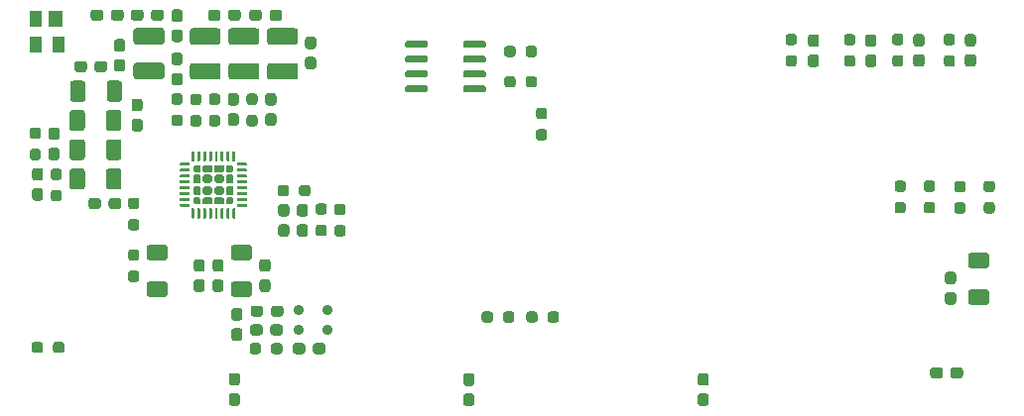
<source format=gbr>
%TF.GenerationSoftware,KiCad,Pcbnew,5.1.11-e4df9d881f~92~ubuntu20.04.1*%
%TF.CreationDate,2021-11-07T19:57:49-08:00*%
%TF.ProjectId,TeensyKeyerShield,5465656e-7379-44b6-9579-657253686965,rev?*%
%TF.SameCoordinates,PX4c4b400PY42c1d80*%
%TF.FileFunction,Paste,Top*%
%TF.FilePolarity,Positive*%
%FSLAX46Y46*%
G04 Gerber Fmt 4.6, Leading zero omitted, Abs format (unit mm)*
G04 Created by KiCad (PCBNEW 5.1.11-e4df9d881f~92~ubuntu20.04.1) date 2021-11-07 19:57:49*
%MOMM*%
%LPD*%
G01*
G04 APERTURE LIST*
%ADD10R,1.200000X1.400000*%
%ADD11R,1.000000X1.400000*%
%ADD12C,0.900000*%
%ADD13C,0.100000*%
G04 APERTURE END LIST*
%TO.C,C17*%
G36*
G01*
X31762500Y-11637500D02*
X31762500Y-11162500D01*
G75*
G02*
X32000000Y-10925000I237500J0D01*
G01*
X32600000Y-10925000D01*
G75*
G02*
X32837500Y-11162500I0J-237500D01*
G01*
X32837500Y-11637500D01*
G75*
G02*
X32600000Y-11875000I-237500J0D01*
G01*
X32000000Y-11875000D01*
G75*
G02*
X31762500Y-11637500I0J237500D01*
G01*
G37*
G36*
G01*
X33487500Y-11637500D02*
X33487500Y-11162500D01*
G75*
G02*
X33725000Y-10925000I237500J0D01*
G01*
X34325000Y-10925000D01*
G75*
G02*
X34562500Y-11162500I0J-237500D01*
G01*
X34562500Y-11637500D01*
G75*
G02*
X34325000Y-11875000I-237500J0D01*
G01*
X33725000Y-11875000D01*
G75*
G02*
X33487500Y-11637500I0J237500D01*
G01*
G37*
%TD*%
%TO.C,C1*%
G36*
G01*
X20925000Y-17249998D02*
X20925000Y-18550002D01*
G75*
G02*
X20675002Y-18800000I-249998J0D01*
G01*
X19849998Y-18800000D01*
G75*
G02*
X19600000Y-18550002I0J249998D01*
G01*
X19600000Y-17249998D01*
G75*
G02*
X19849998Y-17000000I249998J0D01*
G01*
X20675002Y-17000000D01*
G75*
G02*
X20925000Y-17249998I0J-249998D01*
G01*
G37*
G36*
G01*
X17800000Y-17249998D02*
X17800000Y-18550002D01*
G75*
G02*
X17550002Y-18800000I-249998J0D01*
G01*
X16724998Y-18800000D01*
G75*
G02*
X16475000Y-18550002I0J249998D01*
G01*
X16475000Y-17249998D01*
G75*
G02*
X16724998Y-17000000I249998J0D01*
G01*
X17550002Y-17000000D01*
G75*
G02*
X17800000Y-17249998I0J-249998D01*
G01*
G37*
%TD*%
%TO.C,C2*%
G36*
G01*
X36062500Y-29262500D02*
X36537500Y-29262500D01*
G75*
G02*
X36775000Y-29500000I0J-237500D01*
G01*
X36775000Y-30100000D01*
G75*
G02*
X36537500Y-30337500I-237500J0D01*
G01*
X36062500Y-30337500D01*
G75*
G02*
X35825000Y-30100000I0J237500D01*
G01*
X35825000Y-29500000D01*
G75*
G02*
X36062500Y-29262500I237500J0D01*
G01*
G37*
G36*
G01*
X36062500Y-27537500D02*
X36537500Y-27537500D01*
G75*
G02*
X36775000Y-27775000I0J-237500D01*
G01*
X36775000Y-28375000D01*
G75*
G02*
X36537500Y-28612500I-237500J0D01*
G01*
X36062500Y-28612500D01*
G75*
G02*
X35825000Y-28375000I0J237500D01*
G01*
X35825000Y-27775000D01*
G75*
G02*
X36062500Y-27537500I237500J0D01*
G01*
G37*
%TD*%
%TO.C,C3*%
G36*
G01*
X34937500Y-30337500D02*
X34462500Y-30337500D01*
G75*
G02*
X34225000Y-30100000I0J237500D01*
G01*
X34225000Y-29500000D01*
G75*
G02*
X34462500Y-29262500I237500J0D01*
G01*
X34937500Y-29262500D01*
G75*
G02*
X35175000Y-29500000I0J-237500D01*
G01*
X35175000Y-30100000D01*
G75*
G02*
X34937500Y-30337500I-237500J0D01*
G01*
G37*
G36*
G01*
X34937500Y-28612500D02*
X34462500Y-28612500D01*
G75*
G02*
X34225000Y-28375000I0J237500D01*
G01*
X34225000Y-27775000D01*
G75*
G02*
X34462500Y-27537500I237500J0D01*
G01*
X34937500Y-27537500D01*
G75*
G02*
X35175000Y-27775000I0J-237500D01*
G01*
X35175000Y-28375000D01*
G75*
G02*
X34937500Y-28612500I-237500J0D01*
G01*
G37*
%TD*%
%TO.C,C4*%
G36*
G01*
X20837500Y-27262500D02*
X20837500Y-27737500D01*
G75*
G02*
X20600000Y-27975000I-237500J0D01*
G01*
X20000000Y-27975000D01*
G75*
G02*
X19762500Y-27737500I0J237500D01*
G01*
X19762500Y-27262500D01*
G75*
G02*
X20000000Y-27025000I237500J0D01*
G01*
X20600000Y-27025000D01*
G75*
G02*
X20837500Y-27262500I0J-237500D01*
G01*
G37*
G36*
G01*
X19112500Y-27262500D02*
X19112500Y-27737500D01*
G75*
G02*
X18875000Y-27975000I-237500J0D01*
G01*
X18275000Y-27975000D01*
G75*
G02*
X18037500Y-27737500I0J237500D01*
G01*
X18037500Y-27262500D01*
G75*
G02*
X18275000Y-27025000I237500J0D01*
G01*
X18875000Y-27025000D01*
G75*
G02*
X19112500Y-27262500I0J-237500D01*
G01*
G37*
%TD*%
%TO.C,C5*%
G36*
G01*
X17912500Y-15562500D02*
X17912500Y-16037500D01*
G75*
G02*
X17675000Y-16275000I-237500J0D01*
G01*
X17075000Y-16275000D01*
G75*
G02*
X16837500Y-16037500I0J237500D01*
G01*
X16837500Y-15562500D01*
G75*
G02*
X17075000Y-15325000I237500J0D01*
G01*
X17675000Y-15325000D01*
G75*
G02*
X17912500Y-15562500I0J-237500D01*
G01*
G37*
G36*
G01*
X19637500Y-15562500D02*
X19637500Y-16037500D01*
G75*
G02*
X19400000Y-16275000I-237500J0D01*
G01*
X18800000Y-16275000D01*
G75*
G02*
X18562500Y-16037500I0J237500D01*
G01*
X18562500Y-15562500D01*
G75*
G02*
X18800000Y-15325000I237500J0D01*
G01*
X19400000Y-15325000D01*
G75*
G02*
X19637500Y-15562500I0J-237500D01*
G01*
G37*
%TD*%
%TO.C,C6*%
G36*
G01*
X24550002Y-35487500D02*
X23249998Y-35487500D01*
G75*
G02*
X23000000Y-35237502I0J249998D01*
G01*
X23000000Y-34412498D01*
G75*
G02*
X23249998Y-34162500I249998J0D01*
G01*
X24550002Y-34162500D01*
G75*
G02*
X24800000Y-34412498I0J-249998D01*
G01*
X24800000Y-35237502D01*
G75*
G02*
X24550002Y-35487500I-249998J0D01*
G01*
G37*
G36*
G01*
X24550002Y-32362500D02*
X23249998Y-32362500D01*
G75*
G02*
X23000000Y-32112502I0J249998D01*
G01*
X23000000Y-31287498D01*
G75*
G02*
X23249998Y-31037500I249998J0D01*
G01*
X24550002Y-31037500D01*
G75*
G02*
X24800000Y-31287498I0J-249998D01*
G01*
X24800000Y-32112502D01*
G75*
G02*
X24550002Y-32362500I-249998J0D01*
G01*
G37*
%TD*%
%TO.C,C7*%
G36*
G01*
X19537500Y-23550002D02*
X19537500Y-22249998D01*
G75*
G02*
X19787498Y-22000000I249998J0D01*
G01*
X20612502Y-22000000D01*
G75*
G02*
X20862500Y-22249998I0J-249998D01*
G01*
X20862500Y-23550002D01*
G75*
G02*
X20612502Y-23800000I-249998J0D01*
G01*
X19787498Y-23800000D01*
G75*
G02*
X19537500Y-23550002I0J249998D01*
G01*
G37*
G36*
G01*
X16412500Y-23550002D02*
X16412500Y-22249998D01*
G75*
G02*
X16662498Y-22000000I249998J0D01*
G01*
X17487502Y-22000000D01*
G75*
G02*
X17737500Y-22249998I0J-249998D01*
G01*
X17737500Y-23550002D01*
G75*
G02*
X17487502Y-23800000I-249998J0D01*
G01*
X16662498Y-23800000D01*
G75*
G02*
X16412500Y-23550002I0J249998D01*
G01*
G37*
%TD*%
%TO.C,C8*%
G36*
G01*
X16412500Y-26050002D02*
X16412500Y-24749998D01*
G75*
G02*
X16662498Y-24500000I249998J0D01*
G01*
X17487502Y-24500000D01*
G75*
G02*
X17737500Y-24749998I0J-249998D01*
G01*
X17737500Y-26050002D01*
G75*
G02*
X17487502Y-26300000I-249998J0D01*
G01*
X16662498Y-26300000D01*
G75*
G02*
X16412500Y-26050002I0J249998D01*
G01*
G37*
G36*
G01*
X19537500Y-26050002D02*
X19537500Y-24749998D01*
G75*
G02*
X19787498Y-24500000I249998J0D01*
G01*
X20612502Y-24500000D01*
G75*
G02*
X20862500Y-24749998I0J-249998D01*
G01*
X20862500Y-26050002D01*
G75*
G02*
X20612502Y-26300000I-249998J0D01*
G01*
X19787498Y-26300000D01*
G75*
G02*
X19537500Y-26050002I0J249998D01*
G01*
G37*
%TD*%
%TO.C,C9*%
G36*
G01*
X27262500Y-32262500D02*
X27737500Y-32262500D01*
G75*
G02*
X27975000Y-32500000I0J-237500D01*
G01*
X27975000Y-33100000D01*
G75*
G02*
X27737500Y-33337500I-237500J0D01*
G01*
X27262500Y-33337500D01*
G75*
G02*
X27025000Y-33100000I0J237500D01*
G01*
X27025000Y-32500000D01*
G75*
G02*
X27262500Y-32262500I237500J0D01*
G01*
G37*
G36*
G01*
X27262500Y-33987500D02*
X27737500Y-33987500D01*
G75*
G02*
X27975000Y-34225000I0J-237500D01*
G01*
X27975000Y-34825000D01*
G75*
G02*
X27737500Y-35062500I-237500J0D01*
G01*
X27262500Y-35062500D01*
G75*
G02*
X27025000Y-34825000I0J237500D01*
G01*
X27025000Y-34225000D01*
G75*
G02*
X27262500Y-33987500I237500J0D01*
G01*
G37*
%TD*%
%TO.C,C10*%
G36*
G01*
X22437500Y-19612500D02*
X21962500Y-19612500D01*
G75*
G02*
X21725000Y-19375000I0J237500D01*
G01*
X21725000Y-18775000D01*
G75*
G02*
X21962500Y-18537500I237500J0D01*
G01*
X22437500Y-18537500D01*
G75*
G02*
X22675000Y-18775000I0J-237500D01*
G01*
X22675000Y-19375000D01*
G75*
G02*
X22437500Y-19612500I-237500J0D01*
G01*
G37*
G36*
G01*
X22437500Y-21337500D02*
X21962500Y-21337500D01*
G75*
G02*
X21725000Y-21100000I0J237500D01*
G01*
X21725000Y-20500000D01*
G75*
G02*
X21962500Y-20262500I237500J0D01*
G01*
X22437500Y-20262500D01*
G75*
G02*
X22675000Y-20500000I0J-237500D01*
G01*
X22675000Y-21100000D01*
G75*
G02*
X22437500Y-21337500I-237500J0D01*
G01*
G37*
%TD*%
%TO.C,C11*%
G36*
G01*
X32862500Y-33987500D02*
X33337500Y-33987500D01*
G75*
G02*
X33575000Y-34225000I0J-237500D01*
G01*
X33575000Y-34825000D01*
G75*
G02*
X33337500Y-35062500I-237500J0D01*
G01*
X32862500Y-35062500D01*
G75*
G02*
X32625000Y-34825000I0J237500D01*
G01*
X32625000Y-34225000D01*
G75*
G02*
X32862500Y-33987500I237500J0D01*
G01*
G37*
G36*
G01*
X32862500Y-32262500D02*
X33337500Y-32262500D01*
G75*
G02*
X33575000Y-32500000I0J-237500D01*
G01*
X33575000Y-33100000D01*
G75*
G02*
X33337500Y-33337500I-237500J0D01*
G01*
X32862500Y-33337500D01*
G75*
G02*
X32625000Y-33100000I0J237500D01*
G01*
X32625000Y-32500000D01*
G75*
G02*
X32862500Y-32262500I237500J0D01*
G01*
G37*
%TD*%
%TO.C,C12*%
G36*
G01*
X17737500Y-19749998D02*
X17737500Y-21050002D01*
G75*
G02*
X17487502Y-21300000I-249998J0D01*
G01*
X16662498Y-21300000D01*
G75*
G02*
X16412500Y-21050002I0J249998D01*
G01*
X16412500Y-19749998D01*
G75*
G02*
X16662498Y-19500000I249998J0D01*
G01*
X17487502Y-19500000D01*
G75*
G02*
X17737500Y-19749998I0J-249998D01*
G01*
G37*
G36*
G01*
X20862500Y-19749998D02*
X20862500Y-21050002D01*
G75*
G02*
X20612502Y-21300000I-249998J0D01*
G01*
X19787498Y-21300000D01*
G75*
G02*
X19537500Y-21050002I0J249998D01*
G01*
X19537500Y-19749998D01*
G75*
G02*
X19787498Y-19500000I249998J0D01*
G01*
X20612502Y-19500000D01*
G75*
G02*
X20862500Y-19749998I0J-249998D01*
G01*
G37*
%TD*%
%TO.C,C13*%
G36*
G01*
X14862500Y-22725000D02*
X15337500Y-22725000D01*
G75*
G02*
X15575000Y-22962500I0J-237500D01*
G01*
X15575000Y-23562500D01*
G75*
G02*
X15337500Y-23800000I-237500J0D01*
G01*
X14862500Y-23800000D01*
G75*
G02*
X14625000Y-23562500I0J237500D01*
G01*
X14625000Y-22962500D01*
G75*
G02*
X14862500Y-22725000I237500J0D01*
G01*
G37*
G36*
G01*
X14862500Y-21000000D02*
X15337500Y-21000000D01*
G75*
G02*
X15575000Y-21237500I0J-237500D01*
G01*
X15575000Y-21837500D01*
G75*
G02*
X15337500Y-22075000I-237500J0D01*
G01*
X14862500Y-22075000D01*
G75*
G02*
X14625000Y-21837500I0J237500D01*
G01*
X14625000Y-21237500D01*
G75*
G02*
X14862500Y-21000000I237500J0D01*
G01*
G37*
%TD*%
%TO.C,C14*%
G36*
G01*
X13462500Y-24462500D02*
X13937500Y-24462500D01*
G75*
G02*
X14175000Y-24700000I0J-237500D01*
G01*
X14175000Y-25300000D01*
G75*
G02*
X13937500Y-25537500I-237500J0D01*
G01*
X13462500Y-25537500D01*
G75*
G02*
X13225000Y-25300000I0J237500D01*
G01*
X13225000Y-24700000D01*
G75*
G02*
X13462500Y-24462500I237500J0D01*
G01*
G37*
G36*
G01*
X13462500Y-26187500D02*
X13937500Y-26187500D01*
G75*
G02*
X14175000Y-26425000I0J-237500D01*
G01*
X14175000Y-27025000D01*
G75*
G02*
X13937500Y-27262500I-237500J0D01*
G01*
X13462500Y-27262500D01*
G75*
G02*
X13225000Y-27025000I0J237500D01*
G01*
X13225000Y-26425000D01*
G75*
G02*
X13462500Y-26187500I237500J0D01*
G01*
G37*
%TD*%
%TO.C,C15*%
G36*
G01*
X29337500Y-35062500D02*
X28862500Y-35062500D01*
G75*
G02*
X28625000Y-34825000I0J237500D01*
G01*
X28625000Y-34225000D01*
G75*
G02*
X28862500Y-33987500I237500J0D01*
G01*
X29337500Y-33987500D01*
G75*
G02*
X29575000Y-34225000I0J-237500D01*
G01*
X29575000Y-34825000D01*
G75*
G02*
X29337500Y-35062500I-237500J0D01*
G01*
G37*
G36*
G01*
X29337500Y-33337500D02*
X28862500Y-33337500D01*
G75*
G02*
X28625000Y-33100000I0J237500D01*
G01*
X28625000Y-32500000D01*
G75*
G02*
X28862500Y-32262500I237500J0D01*
G01*
X29337500Y-32262500D01*
G75*
G02*
X29575000Y-32500000I0J-237500D01*
G01*
X29575000Y-33100000D01*
G75*
G02*
X29337500Y-33337500I-237500J0D01*
G01*
G37*
%TD*%
%TO.C,C16*%
G36*
G01*
X21662500Y-11637500D02*
X21662500Y-11162500D01*
G75*
G02*
X21900000Y-10925000I237500J0D01*
G01*
X22500000Y-10925000D01*
G75*
G02*
X22737500Y-11162500I0J-237500D01*
G01*
X22737500Y-11637500D01*
G75*
G02*
X22500000Y-11875000I-237500J0D01*
G01*
X21900000Y-11875000D01*
G75*
G02*
X21662500Y-11637500I0J237500D01*
G01*
G37*
G36*
G01*
X23387500Y-11637500D02*
X23387500Y-11162500D01*
G75*
G02*
X23625000Y-10925000I237500J0D01*
G01*
X24225000Y-10925000D01*
G75*
G02*
X24462500Y-11162500I0J-237500D01*
G01*
X24462500Y-11637500D01*
G75*
G02*
X24225000Y-11875000I-237500J0D01*
G01*
X23625000Y-11875000D01*
G75*
G02*
X23387500Y-11637500I0J237500D01*
G01*
G37*
%TD*%
%TO.C,C18*%
G36*
G01*
X19962500Y-11637500D02*
X19962500Y-11162500D01*
G75*
G02*
X20200000Y-10925000I237500J0D01*
G01*
X20800000Y-10925000D01*
G75*
G02*
X21037500Y-11162500I0J-237500D01*
G01*
X21037500Y-11637500D01*
G75*
G02*
X20800000Y-11875000I-237500J0D01*
G01*
X20200000Y-11875000D01*
G75*
G02*
X19962500Y-11637500I0J237500D01*
G01*
G37*
G36*
G01*
X18237500Y-11637500D02*
X18237500Y-11162500D01*
G75*
G02*
X18475000Y-10925000I237500J0D01*
G01*
X19075000Y-10925000D01*
G75*
G02*
X19312500Y-11162500I0J-237500D01*
G01*
X19312500Y-11637500D01*
G75*
G02*
X19075000Y-11875000I-237500J0D01*
G01*
X18475000Y-11875000D01*
G75*
G02*
X18237500Y-11637500I0J237500D01*
G01*
G37*
%TD*%
%TO.C,C19*%
G36*
G01*
X25837500Y-11975000D02*
X25362500Y-11975000D01*
G75*
G02*
X25125000Y-11737500I0J237500D01*
G01*
X25125000Y-11137500D01*
G75*
G02*
X25362500Y-10900000I237500J0D01*
G01*
X25837500Y-10900000D01*
G75*
G02*
X26075000Y-11137500I0J-237500D01*
G01*
X26075000Y-11737500D01*
G75*
G02*
X25837500Y-11975000I-237500J0D01*
G01*
G37*
G36*
G01*
X25837500Y-13700000D02*
X25362500Y-13700000D01*
G75*
G02*
X25125000Y-13462500I0J237500D01*
G01*
X25125000Y-12862500D01*
G75*
G02*
X25362500Y-12625000I237500J0D01*
G01*
X25837500Y-12625000D01*
G75*
G02*
X26075000Y-12862500I0J-237500D01*
G01*
X26075000Y-13462500D01*
G75*
G02*
X25837500Y-13700000I-237500J0D01*
G01*
G37*
%TD*%
%TO.C,C20*%
G36*
G01*
X28237500Y-11637500D02*
X28237500Y-11162500D01*
G75*
G02*
X28475000Y-10925000I237500J0D01*
G01*
X29075000Y-10925000D01*
G75*
G02*
X29312500Y-11162500I0J-237500D01*
G01*
X29312500Y-11637500D01*
G75*
G02*
X29075000Y-11875000I-237500J0D01*
G01*
X28475000Y-11875000D01*
G75*
G02*
X28237500Y-11637500I0J237500D01*
G01*
G37*
G36*
G01*
X29962500Y-11637500D02*
X29962500Y-11162500D01*
G75*
G02*
X30200000Y-10925000I237500J0D01*
G01*
X30800000Y-10925000D01*
G75*
G02*
X31037500Y-11162500I0J-237500D01*
G01*
X31037500Y-11637500D01*
G75*
G02*
X30800000Y-11875000I-237500J0D01*
G01*
X30200000Y-11875000D01*
G75*
G02*
X29962500Y-11637500I0J237500D01*
G01*
G37*
%TD*%
%TO.C,C21*%
G36*
G01*
X37237500Y-16037500D02*
X36762500Y-16037500D01*
G75*
G02*
X36525000Y-15800000I0J237500D01*
G01*
X36525000Y-15200000D01*
G75*
G02*
X36762500Y-14962500I237500J0D01*
G01*
X37237500Y-14962500D01*
G75*
G02*
X37475000Y-15200000I0J-237500D01*
G01*
X37475000Y-15800000D01*
G75*
G02*
X37237500Y-16037500I-237500J0D01*
G01*
G37*
G36*
G01*
X37237500Y-14312500D02*
X36762500Y-14312500D01*
G75*
G02*
X36525000Y-14075000I0J237500D01*
G01*
X36525000Y-13475000D01*
G75*
G02*
X36762500Y-13237500I237500J0D01*
G01*
X37237500Y-13237500D01*
G75*
G02*
X37475000Y-13475000I0J-237500D01*
G01*
X37475000Y-14075000D01*
G75*
G02*
X37237500Y-14312500I-237500J0D01*
G01*
G37*
%TD*%
%TO.C,C22*%
G36*
G01*
X31750002Y-35487500D02*
X30449998Y-35487500D01*
G75*
G02*
X30200000Y-35237502I0J249998D01*
G01*
X30200000Y-34412498D01*
G75*
G02*
X30449998Y-34162500I249998J0D01*
G01*
X31750002Y-34162500D01*
G75*
G02*
X32000000Y-34412498I0J-249998D01*
G01*
X32000000Y-35237502D01*
G75*
G02*
X31750002Y-35487500I-249998J0D01*
G01*
G37*
G36*
G01*
X31750002Y-32362500D02*
X30449998Y-32362500D01*
G75*
G02*
X30200000Y-32112502I0J249998D01*
G01*
X30200000Y-31287498D01*
G75*
G02*
X30449998Y-31037500I249998J0D01*
G01*
X31750002Y-31037500D01*
G75*
G02*
X32000000Y-31287498I0J-249998D01*
G01*
X32000000Y-32112502D01*
G75*
G02*
X31750002Y-32362500I-249998J0D01*
G01*
G37*
%TD*%
%TO.C,C23*%
G36*
G01*
X30462500Y-38162500D02*
X30937500Y-38162500D01*
G75*
G02*
X31175000Y-38400000I0J-237500D01*
G01*
X31175000Y-39000000D01*
G75*
G02*
X30937500Y-39237500I-237500J0D01*
G01*
X30462500Y-39237500D01*
G75*
G02*
X30225000Y-39000000I0J237500D01*
G01*
X30225000Y-38400000D01*
G75*
G02*
X30462500Y-38162500I237500J0D01*
G01*
G37*
G36*
G01*
X30462500Y-36437500D02*
X30937500Y-36437500D01*
G75*
G02*
X31175000Y-36675000I0J-237500D01*
G01*
X31175000Y-37275000D01*
G75*
G02*
X30937500Y-37512500I-237500J0D01*
G01*
X30462500Y-37512500D01*
G75*
G02*
X30225000Y-37275000I0J237500D01*
G01*
X30225000Y-36675000D01*
G75*
G02*
X30462500Y-36437500I237500J0D01*
G01*
G37*
%TD*%
%TO.C,C24*%
G36*
G01*
X32912500Y-38062500D02*
X32912500Y-38537500D01*
G75*
G02*
X32675000Y-38775000I-237500J0D01*
G01*
X32075000Y-38775000D01*
G75*
G02*
X31837500Y-38537500I0J237500D01*
G01*
X31837500Y-38062500D01*
G75*
G02*
X32075000Y-37825000I237500J0D01*
G01*
X32675000Y-37825000D01*
G75*
G02*
X32912500Y-38062500I0J-237500D01*
G01*
G37*
G36*
G01*
X34637500Y-38062500D02*
X34637500Y-38537500D01*
G75*
G02*
X34400000Y-38775000I-237500J0D01*
G01*
X33800000Y-38775000D01*
G75*
G02*
X33562500Y-38537500I0J237500D01*
G01*
X33562500Y-38062500D01*
G75*
G02*
X33800000Y-37825000I237500J0D01*
G01*
X34400000Y-37825000D01*
G75*
G02*
X34637500Y-38062500I0J-237500D01*
G01*
G37*
%TD*%
%TO.C,C25*%
G36*
G01*
X35462500Y-40137500D02*
X35462500Y-39662500D01*
G75*
G02*
X35700000Y-39425000I237500J0D01*
G01*
X36300000Y-39425000D01*
G75*
G02*
X36537500Y-39662500I0J-237500D01*
G01*
X36537500Y-40137500D01*
G75*
G02*
X36300000Y-40375000I-237500J0D01*
G01*
X35700000Y-40375000D01*
G75*
G02*
X35462500Y-40137500I0J237500D01*
G01*
G37*
G36*
G01*
X37187500Y-40137500D02*
X37187500Y-39662500D01*
G75*
G02*
X37425000Y-39425000I237500J0D01*
G01*
X38025000Y-39425000D01*
G75*
G02*
X38262500Y-39662500I0J-237500D01*
G01*
X38262500Y-40137500D01*
G75*
G02*
X38025000Y-40375000I-237500J0D01*
G01*
X37425000Y-40375000D01*
G75*
G02*
X37187500Y-40137500I0J237500D01*
G01*
G37*
%TD*%
%TO.C,C26*%
G36*
G01*
X30262500Y-43712500D02*
X30737500Y-43712500D01*
G75*
G02*
X30975000Y-43950000I0J-237500D01*
G01*
X30975000Y-44550000D01*
G75*
G02*
X30737500Y-44787500I-237500J0D01*
G01*
X30262500Y-44787500D01*
G75*
G02*
X30025000Y-44550000I0J237500D01*
G01*
X30025000Y-43950000D01*
G75*
G02*
X30262500Y-43712500I237500J0D01*
G01*
G37*
G36*
G01*
X30262500Y-41987500D02*
X30737500Y-41987500D01*
G75*
G02*
X30975000Y-42225000I0J-237500D01*
G01*
X30975000Y-42825000D01*
G75*
G02*
X30737500Y-43062500I-237500J0D01*
G01*
X30262500Y-43062500D01*
G75*
G02*
X30025000Y-42825000I0J237500D01*
G01*
X30025000Y-42225000D01*
G75*
G02*
X30262500Y-41987500I237500J0D01*
G01*
G37*
%TD*%
%TO.C,C27*%
G36*
G01*
X50262500Y-43737500D02*
X50737500Y-43737500D01*
G75*
G02*
X50975000Y-43975000I0J-237500D01*
G01*
X50975000Y-44575000D01*
G75*
G02*
X50737500Y-44812500I-237500J0D01*
G01*
X50262500Y-44812500D01*
G75*
G02*
X50025000Y-44575000I0J237500D01*
G01*
X50025000Y-43975000D01*
G75*
G02*
X50262500Y-43737500I237500J0D01*
G01*
G37*
G36*
G01*
X50262500Y-42012500D02*
X50737500Y-42012500D01*
G75*
G02*
X50975000Y-42250000I0J-237500D01*
G01*
X50975000Y-42850000D01*
G75*
G02*
X50737500Y-43087500I-237500J0D01*
G01*
X50262500Y-43087500D01*
G75*
G02*
X50025000Y-42850000I0J237500D01*
G01*
X50025000Y-42250000D01*
G75*
G02*
X50262500Y-42012500I237500J0D01*
G01*
G37*
%TD*%
%TO.C,C28*%
G36*
G01*
X70262500Y-42000000D02*
X70737500Y-42000000D01*
G75*
G02*
X70975000Y-42237500I0J-237500D01*
G01*
X70975000Y-42837500D01*
G75*
G02*
X70737500Y-43075000I-237500J0D01*
G01*
X70262500Y-43075000D01*
G75*
G02*
X70025000Y-42837500I0J237500D01*
G01*
X70025000Y-42237500D01*
G75*
G02*
X70262500Y-42000000I237500J0D01*
G01*
G37*
G36*
G01*
X70262500Y-43725000D02*
X70737500Y-43725000D01*
G75*
G02*
X70975000Y-43962500I0J-237500D01*
G01*
X70975000Y-44562500D01*
G75*
G02*
X70737500Y-44800000I-237500J0D01*
G01*
X70262500Y-44800000D01*
G75*
G02*
X70025000Y-44562500I0J237500D01*
G01*
X70025000Y-43962500D01*
G75*
G02*
X70262500Y-43725000I237500J0D01*
G01*
G37*
%TD*%
%TO.C,C29*%
G36*
G01*
X85037500Y-15837500D02*
X84562500Y-15837500D01*
G75*
G02*
X84325000Y-15600000I0J237500D01*
G01*
X84325000Y-15000000D01*
G75*
G02*
X84562500Y-14762500I237500J0D01*
G01*
X85037500Y-14762500D01*
G75*
G02*
X85275000Y-15000000I0J-237500D01*
G01*
X85275000Y-15600000D01*
G75*
G02*
X85037500Y-15837500I-237500J0D01*
G01*
G37*
G36*
G01*
X85037500Y-14112500D02*
X84562500Y-14112500D01*
G75*
G02*
X84325000Y-13875000I0J237500D01*
G01*
X84325000Y-13275000D01*
G75*
G02*
X84562500Y-13037500I237500J0D01*
G01*
X85037500Y-13037500D01*
G75*
G02*
X85275000Y-13275000I0J-237500D01*
G01*
X85275000Y-13875000D01*
G75*
G02*
X85037500Y-14112500I-237500J0D01*
G01*
G37*
%TD*%
%TO.C,C30*%
G36*
G01*
X80137500Y-14112500D02*
X79662500Y-14112500D01*
G75*
G02*
X79425000Y-13875000I0J237500D01*
G01*
X79425000Y-13275000D01*
G75*
G02*
X79662500Y-13037500I237500J0D01*
G01*
X80137500Y-13037500D01*
G75*
G02*
X80375000Y-13275000I0J-237500D01*
G01*
X80375000Y-13875000D01*
G75*
G02*
X80137500Y-14112500I-237500J0D01*
G01*
G37*
G36*
G01*
X80137500Y-15837500D02*
X79662500Y-15837500D01*
G75*
G02*
X79425000Y-15600000I0J237500D01*
G01*
X79425000Y-15000000D01*
G75*
G02*
X79662500Y-14762500I237500J0D01*
G01*
X80137500Y-14762500D01*
G75*
G02*
X80375000Y-15000000I0J-237500D01*
G01*
X80375000Y-15600000D01*
G75*
G02*
X80137500Y-15837500I-237500J0D01*
G01*
G37*
%TD*%
%TO.C,C31*%
G36*
G01*
X89137500Y-15800000D02*
X88662500Y-15800000D01*
G75*
G02*
X88425000Y-15562500I0J237500D01*
G01*
X88425000Y-14962500D01*
G75*
G02*
X88662500Y-14725000I237500J0D01*
G01*
X89137500Y-14725000D01*
G75*
G02*
X89375000Y-14962500I0J-237500D01*
G01*
X89375000Y-15562500D01*
G75*
G02*
X89137500Y-15800000I-237500J0D01*
G01*
G37*
G36*
G01*
X89137500Y-14075000D02*
X88662500Y-14075000D01*
G75*
G02*
X88425000Y-13837500I0J237500D01*
G01*
X88425000Y-13237500D01*
G75*
G02*
X88662500Y-13000000I237500J0D01*
G01*
X89137500Y-13000000D01*
G75*
G02*
X89375000Y-13237500I0J-237500D01*
G01*
X89375000Y-13837500D01*
G75*
G02*
X89137500Y-14075000I-237500J0D01*
G01*
G37*
%TD*%
%TO.C,C32*%
G36*
G01*
X93537500Y-14075000D02*
X93062500Y-14075000D01*
G75*
G02*
X92825000Y-13837500I0J237500D01*
G01*
X92825000Y-13237500D01*
G75*
G02*
X93062500Y-13000000I237500J0D01*
G01*
X93537500Y-13000000D01*
G75*
G02*
X93775000Y-13237500I0J-237500D01*
G01*
X93775000Y-13837500D01*
G75*
G02*
X93537500Y-14075000I-237500J0D01*
G01*
G37*
G36*
G01*
X93537500Y-15800000D02*
X93062500Y-15800000D01*
G75*
G02*
X92825000Y-15562500I0J237500D01*
G01*
X92825000Y-14962500D01*
G75*
G02*
X93062500Y-14725000I237500J0D01*
G01*
X93537500Y-14725000D01*
G75*
G02*
X93775000Y-14962500I0J-237500D01*
G01*
X93775000Y-15562500D01*
G75*
G02*
X93537500Y-15800000I-237500J0D01*
G01*
G37*
%TD*%
%TO.C,C33*%
G36*
G01*
X89862500Y-42212500D02*
X89862500Y-41737500D01*
G75*
G02*
X90100000Y-41500000I237500J0D01*
G01*
X90700000Y-41500000D01*
G75*
G02*
X90937500Y-41737500I0J-237500D01*
G01*
X90937500Y-42212500D01*
G75*
G02*
X90700000Y-42450000I-237500J0D01*
G01*
X90100000Y-42450000D01*
G75*
G02*
X89862500Y-42212500I0J237500D01*
G01*
G37*
G36*
G01*
X91587500Y-42212500D02*
X91587500Y-41737500D01*
G75*
G02*
X91825000Y-41500000I237500J0D01*
G01*
X92425000Y-41500000D01*
G75*
G02*
X92662500Y-41737500I0J-237500D01*
G01*
X92662500Y-42212500D01*
G75*
G02*
X92425000Y-42450000I-237500J0D01*
G01*
X91825000Y-42450000D01*
G75*
G02*
X91587500Y-42212500I0J237500D01*
G01*
G37*
%TD*%
%TO.C,C34*%
G36*
G01*
X94650002Y-33037500D02*
X93349998Y-33037500D01*
G75*
G02*
X93100000Y-32787502I0J249998D01*
G01*
X93100000Y-31962498D01*
G75*
G02*
X93349998Y-31712500I249998J0D01*
G01*
X94650002Y-31712500D01*
G75*
G02*
X94900000Y-31962498I0J-249998D01*
G01*
X94900000Y-32787502D01*
G75*
G02*
X94650002Y-33037500I-249998J0D01*
G01*
G37*
G36*
G01*
X94650002Y-36162500D02*
X93349998Y-36162500D01*
G75*
G02*
X93100000Y-35912502I0J249998D01*
G01*
X93100000Y-35087498D01*
G75*
G02*
X93349998Y-34837500I249998J0D01*
G01*
X94650002Y-34837500D01*
G75*
G02*
X94900000Y-35087498I0J-249998D01*
G01*
X94900000Y-35912502D01*
G75*
G02*
X94650002Y-36162500I-249998J0D01*
G01*
G37*
%TD*%
%TO.C,C35*%
G36*
G01*
X91837500Y-34412500D02*
X91362500Y-34412500D01*
G75*
G02*
X91125000Y-34175000I0J237500D01*
G01*
X91125000Y-33575000D01*
G75*
G02*
X91362500Y-33337500I237500J0D01*
G01*
X91837500Y-33337500D01*
G75*
G02*
X92075000Y-33575000I0J-237500D01*
G01*
X92075000Y-34175000D01*
G75*
G02*
X91837500Y-34412500I-237500J0D01*
G01*
G37*
G36*
G01*
X91837500Y-36137500D02*
X91362500Y-36137500D01*
G75*
G02*
X91125000Y-35900000I0J237500D01*
G01*
X91125000Y-35300000D01*
G75*
G02*
X91362500Y-35062500I237500J0D01*
G01*
X91837500Y-35062500D01*
G75*
G02*
X92075000Y-35300000I0J-237500D01*
G01*
X92075000Y-35900000D01*
G75*
G02*
X91837500Y-36137500I-237500J0D01*
G01*
G37*
%TD*%
%TO.C,C36*%
G36*
G01*
X20462500Y-15162500D02*
X20937500Y-15162500D01*
G75*
G02*
X21175000Y-15400000I0J-237500D01*
G01*
X21175000Y-16000000D01*
G75*
G02*
X20937500Y-16237500I-237500J0D01*
G01*
X20462500Y-16237500D01*
G75*
G02*
X20225000Y-16000000I0J237500D01*
G01*
X20225000Y-15400000D01*
G75*
G02*
X20462500Y-15162500I237500J0D01*
G01*
G37*
G36*
G01*
X20462500Y-13437500D02*
X20937500Y-13437500D01*
G75*
G02*
X21175000Y-13675000I0J-237500D01*
G01*
X21175000Y-14275000D01*
G75*
G02*
X20937500Y-14512500I-237500J0D01*
G01*
X20462500Y-14512500D01*
G75*
G02*
X20225000Y-14275000I0J237500D01*
G01*
X20225000Y-13675000D01*
G75*
G02*
X20462500Y-13437500I237500J0D01*
G01*
G37*
%TD*%
%TO.C,C37*%
G36*
G01*
X25362500Y-14600000D02*
X25837500Y-14600000D01*
G75*
G02*
X26075000Y-14837500I0J-237500D01*
G01*
X26075000Y-15437500D01*
G75*
G02*
X25837500Y-15675000I-237500J0D01*
G01*
X25362500Y-15675000D01*
G75*
G02*
X25125000Y-15437500I0J237500D01*
G01*
X25125000Y-14837500D01*
G75*
G02*
X25362500Y-14600000I237500J0D01*
G01*
G37*
G36*
G01*
X25362500Y-16325000D02*
X25837500Y-16325000D01*
G75*
G02*
X26075000Y-16562500I0J-237500D01*
G01*
X26075000Y-17162500D01*
G75*
G02*
X25837500Y-17400000I-237500J0D01*
G01*
X25362500Y-17400000D01*
G75*
G02*
X25125000Y-17162500I0J237500D01*
G01*
X25125000Y-16562500D01*
G75*
G02*
X25362500Y-16325000I237500J0D01*
G01*
G37*
%TD*%
%TO.C,C38*%
G36*
G01*
X30637500Y-19137500D02*
X30162500Y-19137500D01*
G75*
G02*
X29925000Y-18900000I0J237500D01*
G01*
X29925000Y-18300000D01*
G75*
G02*
X30162500Y-18062500I237500J0D01*
G01*
X30637500Y-18062500D01*
G75*
G02*
X30875000Y-18300000I0J-237500D01*
G01*
X30875000Y-18900000D01*
G75*
G02*
X30637500Y-19137500I-237500J0D01*
G01*
G37*
G36*
G01*
X30637500Y-20862500D02*
X30162500Y-20862500D01*
G75*
G02*
X29925000Y-20625000I0J237500D01*
G01*
X29925000Y-20025000D01*
G75*
G02*
X30162500Y-19787500I237500J0D01*
G01*
X30637500Y-19787500D01*
G75*
G02*
X30875000Y-20025000I0J-237500D01*
G01*
X30875000Y-20625000D01*
G75*
G02*
X30637500Y-20862500I-237500J0D01*
G01*
G37*
%TD*%
%TO.C,C39*%
G36*
G01*
X33837500Y-20862500D02*
X33362500Y-20862500D01*
G75*
G02*
X33125000Y-20625000I0J237500D01*
G01*
X33125000Y-20025000D01*
G75*
G02*
X33362500Y-19787500I237500J0D01*
G01*
X33837500Y-19787500D01*
G75*
G02*
X34075000Y-20025000I0J-237500D01*
G01*
X34075000Y-20625000D01*
G75*
G02*
X33837500Y-20862500I-237500J0D01*
G01*
G37*
G36*
G01*
X33837500Y-19137500D02*
X33362500Y-19137500D01*
G75*
G02*
X33125000Y-18900000I0J237500D01*
G01*
X33125000Y-18300000D01*
G75*
G02*
X33362500Y-18062500I237500J0D01*
G01*
X33837500Y-18062500D01*
G75*
G02*
X34075000Y-18300000I0J-237500D01*
G01*
X34075000Y-18900000D01*
G75*
G02*
X33837500Y-19137500I-237500J0D01*
G01*
G37*
%TD*%
D10*
%TO.C,D1*%
X15270000Y-11700000D03*
D11*
X13550000Y-11700000D03*
X13550000Y-13900000D03*
X15450000Y-13900000D03*
%TD*%
%TO.C,FB1*%
G36*
G01*
X39262500Y-29337500D02*
X39737500Y-29337500D01*
G75*
G02*
X39975000Y-29575000I0J-237500D01*
G01*
X39975000Y-30075000D01*
G75*
G02*
X39737500Y-30312500I-237500J0D01*
G01*
X39262500Y-30312500D01*
G75*
G02*
X39025000Y-30075000I0J237500D01*
G01*
X39025000Y-29575000D01*
G75*
G02*
X39262500Y-29337500I237500J0D01*
G01*
G37*
G36*
G01*
X39262500Y-27512500D02*
X39737500Y-27512500D01*
G75*
G02*
X39975000Y-27750000I0J-237500D01*
G01*
X39975000Y-28250000D01*
G75*
G02*
X39737500Y-28487500I-237500J0D01*
G01*
X39262500Y-28487500D01*
G75*
G02*
X39025000Y-28250000I0J237500D01*
G01*
X39025000Y-27750000D01*
G75*
G02*
X39262500Y-27512500I237500J0D01*
G01*
G37*
%TD*%
%TO.C,FB2*%
G36*
G01*
X21662500Y-27000000D02*
X22137500Y-27000000D01*
G75*
G02*
X22375000Y-27237500I0J-237500D01*
G01*
X22375000Y-27737500D01*
G75*
G02*
X22137500Y-27975000I-237500J0D01*
G01*
X21662500Y-27975000D01*
G75*
G02*
X21425000Y-27737500I0J237500D01*
G01*
X21425000Y-27237500D01*
G75*
G02*
X21662500Y-27000000I237500J0D01*
G01*
G37*
G36*
G01*
X21662500Y-28825000D02*
X22137500Y-28825000D01*
G75*
G02*
X22375000Y-29062500I0J-237500D01*
G01*
X22375000Y-29562500D01*
G75*
G02*
X22137500Y-29800000I-237500J0D01*
G01*
X21662500Y-29800000D01*
G75*
G02*
X21425000Y-29562500I0J237500D01*
G01*
X21425000Y-29062500D01*
G75*
G02*
X21662500Y-28825000I237500J0D01*
G01*
G37*
%TD*%
%TO.C,FB3*%
G36*
G01*
X25362500Y-18087500D02*
X25837500Y-18087500D01*
G75*
G02*
X26075000Y-18325000I0J-237500D01*
G01*
X26075000Y-18825000D01*
G75*
G02*
X25837500Y-19062500I-237500J0D01*
G01*
X25362500Y-19062500D01*
G75*
G02*
X25125000Y-18825000I0J237500D01*
G01*
X25125000Y-18325000D01*
G75*
G02*
X25362500Y-18087500I237500J0D01*
G01*
G37*
G36*
G01*
X25362500Y-19912500D02*
X25837500Y-19912500D01*
G75*
G02*
X26075000Y-20150000I0J-237500D01*
G01*
X26075000Y-20650000D01*
G75*
G02*
X25837500Y-20887500I-237500J0D01*
G01*
X25362500Y-20887500D01*
G75*
G02*
X25125000Y-20650000I0J237500D01*
G01*
X25125000Y-20150000D01*
G75*
G02*
X25362500Y-19912500I237500J0D01*
G01*
G37*
%TD*%
%TO.C,FB4*%
G36*
G01*
X26962500Y-19937500D02*
X27437500Y-19937500D01*
G75*
G02*
X27675000Y-20175000I0J-237500D01*
G01*
X27675000Y-20675000D01*
G75*
G02*
X27437500Y-20912500I-237500J0D01*
G01*
X26962500Y-20912500D01*
G75*
G02*
X26725000Y-20675000I0J237500D01*
G01*
X26725000Y-20175000D01*
G75*
G02*
X26962500Y-19937500I237500J0D01*
G01*
G37*
G36*
G01*
X26962500Y-18112500D02*
X27437500Y-18112500D01*
G75*
G02*
X27675000Y-18350000I0J-237500D01*
G01*
X27675000Y-18850000D01*
G75*
G02*
X27437500Y-19087500I-237500J0D01*
G01*
X26962500Y-19087500D01*
G75*
G02*
X26725000Y-18850000I0J237500D01*
G01*
X26725000Y-18350000D01*
G75*
G02*
X26962500Y-18112500I237500J0D01*
G01*
G37*
%TD*%
%TO.C,FB5*%
G36*
G01*
X28562500Y-19925000D02*
X29037500Y-19925000D01*
G75*
G02*
X29275000Y-20162500I0J-237500D01*
G01*
X29275000Y-20662500D01*
G75*
G02*
X29037500Y-20900000I-237500J0D01*
G01*
X28562500Y-20900000D01*
G75*
G02*
X28325000Y-20662500I0J237500D01*
G01*
X28325000Y-20162500D01*
G75*
G02*
X28562500Y-19925000I237500J0D01*
G01*
G37*
G36*
G01*
X28562500Y-18100000D02*
X29037500Y-18100000D01*
G75*
G02*
X29275000Y-18337500I0J-237500D01*
G01*
X29275000Y-18837500D01*
G75*
G02*
X29037500Y-19075000I-237500J0D01*
G01*
X28562500Y-19075000D01*
G75*
G02*
X28325000Y-18837500I0J237500D01*
G01*
X28325000Y-18337500D01*
G75*
G02*
X28562500Y-18100000I237500J0D01*
G01*
G37*
%TD*%
%TO.C,FB6*%
G36*
G01*
X31762500Y-18100000D02*
X32237500Y-18100000D01*
G75*
G02*
X32475000Y-18337500I0J-237500D01*
G01*
X32475000Y-18837500D01*
G75*
G02*
X32237500Y-19075000I-237500J0D01*
G01*
X31762500Y-19075000D01*
G75*
G02*
X31525000Y-18837500I0J237500D01*
G01*
X31525000Y-18337500D01*
G75*
G02*
X31762500Y-18100000I237500J0D01*
G01*
G37*
G36*
G01*
X31762500Y-19925000D02*
X32237500Y-19925000D01*
G75*
G02*
X32475000Y-20162500I0J-237500D01*
G01*
X32475000Y-20662500D01*
G75*
G02*
X32237500Y-20900000I-237500J0D01*
G01*
X31762500Y-20900000D01*
G75*
G02*
X31525000Y-20662500I0J237500D01*
G01*
X31525000Y-20162500D01*
G75*
G02*
X31762500Y-19925000I237500J0D01*
G01*
G37*
%TD*%
%TO.C,FB7*%
G36*
G01*
X13187500Y-40037500D02*
X13187500Y-39562500D01*
G75*
G02*
X13425000Y-39325000I237500J0D01*
G01*
X13925000Y-39325000D01*
G75*
G02*
X14162500Y-39562500I0J-237500D01*
G01*
X14162500Y-40037500D01*
G75*
G02*
X13925000Y-40275000I-237500J0D01*
G01*
X13425000Y-40275000D01*
G75*
G02*
X13187500Y-40037500I0J237500D01*
G01*
G37*
G36*
G01*
X15012500Y-40037500D02*
X15012500Y-39562500D01*
G75*
G02*
X15250000Y-39325000I237500J0D01*
G01*
X15750000Y-39325000D01*
G75*
G02*
X15987500Y-39562500I0J-237500D01*
G01*
X15987500Y-40037500D01*
G75*
G02*
X15750000Y-40275000I-237500J0D01*
G01*
X15250000Y-40275000D01*
G75*
G02*
X15012500Y-40037500I0J237500D01*
G01*
G37*
%TD*%
%TO.C,FB8*%
G36*
G01*
X33612500Y-40137500D02*
X33612500Y-39662500D01*
G75*
G02*
X33850000Y-39425000I237500J0D01*
G01*
X34350000Y-39425000D01*
G75*
G02*
X34587500Y-39662500I0J-237500D01*
G01*
X34587500Y-40137500D01*
G75*
G02*
X34350000Y-40375000I-237500J0D01*
G01*
X33850000Y-40375000D01*
G75*
G02*
X33612500Y-40137500I0J237500D01*
G01*
G37*
G36*
G01*
X31787500Y-40137500D02*
X31787500Y-39662500D01*
G75*
G02*
X32025000Y-39425000I237500J0D01*
G01*
X32525000Y-39425000D01*
G75*
G02*
X32762500Y-39662500I0J-237500D01*
G01*
X32762500Y-40137500D01*
G75*
G02*
X32525000Y-40375000I-237500J0D01*
G01*
X32025000Y-40375000D01*
G75*
G02*
X31787500Y-40137500I0J237500D01*
G01*
G37*
%TD*%
%TO.C,FB10*%
G36*
G01*
X83237500Y-15812500D02*
X82762500Y-15812500D01*
G75*
G02*
X82525000Y-15575000I0J237500D01*
G01*
X82525000Y-15075000D01*
G75*
G02*
X82762500Y-14837500I237500J0D01*
G01*
X83237500Y-14837500D01*
G75*
G02*
X83475000Y-15075000I0J-237500D01*
G01*
X83475000Y-15575000D01*
G75*
G02*
X83237500Y-15812500I-237500J0D01*
G01*
G37*
G36*
G01*
X83237500Y-13987500D02*
X82762500Y-13987500D01*
G75*
G02*
X82525000Y-13750000I0J237500D01*
G01*
X82525000Y-13250000D01*
G75*
G02*
X82762500Y-13012500I237500J0D01*
G01*
X83237500Y-13012500D01*
G75*
G02*
X83475000Y-13250000I0J-237500D01*
G01*
X83475000Y-13750000D01*
G75*
G02*
X83237500Y-13987500I-237500J0D01*
G01*
G37*
%TD*%
%TO.C,FB11*%
G36*
G01*
X78237500Y-15787500D02*
X77762500Y-15787500D01*
G75*
G02*
X77525000Y-15550000I0J237500D01*
G01*
X77525000Y-15050000D01*
G75*
G02*
X77762500Y-14812500I237500J0D01*
G01*
X78237500Y-14812500D01*
G75*
G02*
X78475000Y-15050000I0J-237500D01*
G01*
X78475000Y-15550000D01*
G75*
G02*
X78237500Y-15787500I-237500J0D01*
G01*
G37*
G36*
G01*
X78237500Y-13962500D02*
X77762500Y-13962500D01*
G75*
G02*
X77525000Y-13725000I0J237500D01*
G01*
X77525000Y-13225000D01*
G75*
G02*
X77762500Y-12987500I237500J0D01*
G01*
X78237500Y-12987500D01*
G75*
G02*
X78475000Y-13225000I0J-237500D01*
G01*
X78475000Y-13725000D01*
G75*
G02*
X78237500Y-13962500I-237500J0D01*
G01*
G37*
%TD*%
%TO.C,FB12*%
G36*
G01*
X87337500Y-13962500D02*
X86862500Y-13962500D01*
G75*
G02*
X86625000Y-13725000I0J237500D01*
G01*
X86625000Y-13225000D01*
G75*
G02*
X86862500Y-12987500I237500J0D01*
G01*
X87337500Y-12987500D01*
G75*
G02*
X87575000Y-13225000I0J-237500D01*
G01*
X87575000Y-13725000D01*
G75*
G02*
X87337500Y-13962500I-237500J0D01*
G01*
G37*
G36*
G01*
X87337500Y-15787500D02*
X86862500Y-15787500D01*
G75*
G02*
X86625000Y-15550000I0J237500D01*
G01*
X86625000Y-15050000D01*
G75*
G02*
X86862500Y-14812500I237500J0D01*
G01*
X87337500Y-14812500D01*
G75*
G02*
X87575000Y-15050000I0J-237500D01*
G01*
X87575000Y-15550000D01*
G75*
G02*
X87337500Y-15787500I-237500J0D01*
G01*
G37*
%TD*%
%TO.C,FB13*%
G36*
G01*
X91737500Y-15800000D02*
X91262500Y-15800000D01*
G75*
G02*
X91025000Y-15562500I0J237500D01*
G01*
X91025000Y-15062500D01*
G75*
G02*
X91262500Y-14825000I237500J0D01*
G01*
X91737500Y-14825000D01*
G75*
G02*
X91975000Y-15062500I0J-237500D01*
G01*
X91975000Y-15562500D01*
G75*
G02*
X91737500Y-15800000I-237500J0D01*
G01*
G37*
G36*
G01*
X91737500Y-13975000D02*
X91262500Y-13975000D01*
G75*
G02*
X91025000Y-13737500I0J237500D01*
G01*
X91025000Y-13237500D01*
G75*
G02*
X91262500Y-13000000I237500J0D01*
G01*
X91737500Y-13000000D01*
G75*
G02*
X91975000Y-13237500I0J-237500D01*
G01*
X91975000Y-13737500D01*
G75*
G02*
X91737500Y-13975000I-237500J0D01*
G01*
G37*
%TD*%
%TO.C,L1*%
G36*
G01*
X24275000Y-13912500D02*
X22125000Y-13912500D01*
G75*
G02*
X21875000Y-13662500I0J250000D01*
G01*
X21875000Y-12737500D01*
G75*
G02*
X22125000Y-12487500I250000J0D01*
G01*
X24275000Y-12487500D01*
G75*
G02*
X24525000Y-12737500I0J-250000D01*
G01*
X24525000Y-13662500D01*
G75*
G02*
X24275000Y-13912500I-250000J0D01*
G01*
G37*
G36*
G01*
X24275000Y-16887500D02*
X22125000Y-16887500D01*
G75*
G02*
X21875000Y-16637500I0J250000D01*
G01*
X21875000Y-15712500D01*
G75*
G02*
X22125000Y-15462500I250000J0D01*
G01*
X24275000Y-15462500D01*
G75*
G02*
X24525000Y-15712500I0J-250000D01*
G01*
X24525000Y-16637500D01*
G75*
G02*
X24275000Y-16887500I-250000J0D01*
G01*
G37*
%TD*%
%TO.C,L2*%
G36*
G01*
X29075000Y-16912500D02*
X26925000Y-16912500D01*
G75*
G02*
X26675000Y-16662500I0J250000D01*
G01*
X26675000Y-15737500D01*
G75*
G02*
X26925000Y-15487500I250000J0D01*
G01*
X29075000Y-15487500D01*
G75*
G02*
X29325000Y-15737500I0J-250000D01*
G01*
X29325000Y-16662500D01*
G75*
G02*
X29075000Y-16912500I-250000J0D01*
G01*
G37*
G36*
G01*
X29075000Y-13937500D02*
X26925000Y-13937500D01*
G75*
G02*
X26675000Y-13687500I0J250000D01*
G01*
X26675000Y-12762500D01*
G75*
G02*
X26925000Y-12512500I250000J0D01*
G01*
X29075000Y-12512500D01*
G75*
G02*
X29325000Y-12762500I0J-250000D01*
G01*
X29325000Y-13687500D01*
G75*
G02*
X29075000Y-13937500I-250000J0D01*
G01*
G37*
%TD*%
%TO.C,L3*%
G36*
G01*
X32375000Y-13937500D02*
X30225000Y-13937500D01*
G75*
G02*
X29975000Y-13687500I0J250000D01*
G01*
X29975000Y-12762500D01*
G75*
G02*
X30225000Y-12512500I250000J0D01*
G01*
X32375000Y-12512500D01*
G75*
G02*
X32625000Y-12762500I0J-250000D01*
G01*
X32625000Y-13687500D01*
G75*
G02*
X32375000Y-13937500I-250000J0D01*
G01*
G37*
G36*
G01*
X32375000Y-16912500D02*
X30225000Y-16912500D01*
G75*
G02*
X29975000Y-16662500I0J250000D01*
G01*
X29975000Y-15737500D01*
G75*
G02*
X30225000Y-15487500I250000J0D01*
G01*
X32375000Y-15487500D01*
G75*
G02*
X32625000Y-15737500I0J-250000D01*
G01*
X32625000Y-16662500D01*
G75*
G02*
X32375000Y-16912500I-250000J0D01*
G01*
G37*
%TD*%
%TO.C,L4*%
G36*
G01*
X35675000Y-16912500D02*
X33525000Y-16912500D01*
G75*
G02*
X33275000Y-16662500I0J250000D01*
G01*
X33275000Y-15737500D01*
G75*
G02*
X33525000Y-15487500I250000J0D01*
G01*
X35675000Y-15487500D01*
G75*
G02*
X35925000Y-15737500I0J-250000D01*
G01*
X35925000Y-16662500D01*
G75*
G02*
X35675000Y-16912500I-250000J0D01*
G01*
G37*
G36*
G01*
X35675000Y-13937500D02*
X33525000Y-13937500D01*
G75*
G02*
X33275000Y-13687500I0J250000D01*
G01*
X33275000Y-12762500D01*
G75*
G02*
X33525000Y-12512500I250000J0D01*
G01*
X35675000Y-12512500D01*
G75*
G02*
X35925000Y-12762500I0J-250000D01*
G01*
X35925000Y-13687500D01*
G75*
G02*
X35675000Y-13937500I-250000J0D01*
G01*
G37*
%TD*%
%TO.C,L5*%
G36*
G01*
X31875000Y-36937500D02*
X31875000Y-36462500D01*
G75*
G02*
X32112500Y-36225000I237500J0D01*
G01*
X32687500Y-36225000D01*
G75*
G02*
X32925000Y-36462500I0J-237500D01*
G01*
X32925000Y-36937500D01*
G75*
G02*
X32687500Y-37175000I-237500J0D01*
G01*
X32112500Y-37175000D01*
G75*
G02*
X31875000Y-36937500I0J237500D01*
G01*
G37*
G36*
G01*
X33625000Y-36937500D02*
X33625000Y-36462500D01*
G75*
G02*
X33862500Y-36225000I237500J0D01*
G01*
X34437500Y-36225000D01*
G75*
G02*
X34675000Y-36462500I0J-237500D01*
G01*
X34675000Y-36937500D01*
G75*
G02*
X34437500Y-37175000I-237500J0D01*
G01*
X33862500Y-37175000D01*
G75*
G02*
X33625000Y-36937500I0J237500D01*
G01*
G37*
%TD*%
D12*
%TO.C,MIC1*%
X36000000Y-38300000D03*
X38460000Y-38300000D03*
X38460000Y-36600000D03*
X36000000Y-36600000D03*
%TD*%
%TO.C,R1*%
G36*
G01*
X58187500Y-36962500D02*
X58187500Y-37437500D01*
G75*
G02*
X57950000Y-37675000I-237500J0D01*
G01*
X57450000Y-37675000D01*
G75*
G02*
X57212500Y-37437500I0J237500D01*
G01*
X57212500Y-36962500D01*
G75*
G02*
X57450000Y-36725000I237500J0D01*
G01*
X57950000Y-36725000D01*
G75*
G02*
X58187500Y-36962500I0J-237500D01*
G01*
G37*
G36*
G01*
X56362500Y-36962500D02*
X56362500Y-37437500D01*
G75*
G02*
X56125000Y-37675000I-237500J0D01*
G01*
X55625000Y-37675000D01*
G75*
G02*
X55387500Y-37437500I0J237500D01*
G01*
X55387500Y-36962500D01*
G75*
G02*
X55625000Y-36725000I237500J0D01*
G01*
X56125000Y-36725000D01*
G75*
G02*
X56362500Y-36962500I0J-237500D01*
G01*
G37*
%TD*%
%TO.C,R2*%
G36*
G01*
X53412500Y-37437500D02*
X53412500Y-36962500D01*
G75*
G02*
X53650000Y-36725000I237500J0D01*
G01*
X54150000Y-36725000D01*
G75*
G02*
X54387500Y-36962500I0J-237500D01*
G01*
X54387500Y-37437500D01*
G75*
G02*
X54150000Y-37675000I-237500J0D01*
G01*
X53650000Y-37675000D01*
G75*
G02*
X53412500Y-37437500I0J237500D01*
G01*
G37*
G36*
G01*
X51587500Y-37437500D02*
X51587500Y-36962500D01*
G75*
G02*
X51825000Y-36725000I237500J0D01*
G01*
X52325000Y-36725000D01*
G75*
G02*
X52562500Y-36962500I0J-237500D01*
G01*
X52562500Y-37437500D01*
G75*
G02*
X52325000Y-37675000I-237500J0D01*
G01*
X51825000Y-37675000D01*
G75*
G02*
X51587500Y-37437500I0J237500D01*
G01*
G37*
%TD*%
%TO.C,R3*%
G36*
G01*
X38137500Y-28462500D02*
X37662500Y-28462500D01*
G75*
G02*
X37425000Y-28225000I0J237500D01*
G01*
X37425000Y-27725000D01*
G75*
G02*
X37662500Y-27487500I237500J0D01*
G01*
X38137500Y-27487500D01*
G75*
G02*
X38375000Y-27725000I0J-237500D01*
G01*
X38375000Y-28225000D01*
G75*
G02*
X38137500Y-28462500I-237500J0D01*
G01*
G37*
G36*
G01*
X38137500Y-30287500D02*
X37662500Y-30287500D01*
G75*
G02*
X37425000Y-30050000I0J237500D01*
G01*
X37425000Y-29550000D01*
G75*
G02*
X37662500Y-29312500I237500J0D01*
G01*
X38137500Y-29312500D01*
G75*
G02*
X38375000Y-29550000I0J-237500D01*
G01*
X38375000Y-30050000D01*
G75*
G02*
X38137500Y-30287500I-237500J0D01*
G01*
G37*
%TD*%
%TO.C,R4*%
G36*
G01*
X36012500Y-26637500D02*
X36012500Y-26162500D01*
G75*
G02*
X36250000Y-25925000I237500J0D01*
G01*
X36750000Y-25925000D01*
G75*
G02*
X36987500Y-26162500I0J-237500D01*
G01*
X36987500Y-26637500D01*
G75*
G02*
X36750000Y-26875000I-237500J0D01*
G01*
X36250000Y-26875000D01*
G75*
G02*
X36012500Y-26637500I0J237500D01*
G01*
G37*
G36*
G01*
X34187500Y-26637500D02*
X34187500Y-26162500D01*
G75*
G02*
X34425000Y-25925000I237500J0D01*
G01*
X34925000Y-25925000D01*
G75*
G02*
X35162500Y-26162500I0J-237500D01*
G01*
X35162500Y-26637500D01*
G75*
G02*
X34925000Y-26875000I-237500J0D01*
G01*
X34425000Y-26875000D01*
G75*
G02*
X34187500Y-26637500I0J237500D01*
G01*
G37*
%TD*%
%TO.C,R5*%
G36*
G01*
X22137500Y-34212500D02*
X21662500Y-34212500D01*
G75*
G02*
X21425000Y-33975000I0J237500D01*
G01*
X21425000Y-33475000D01*
G75*
G02*
X21662500Y-33237500I237500J0D01*
G01*
X22137500Y-33237500D01*
G75*
G02*
X22375000Y-33475000I0J-237500D01*
G01*
X22375000Y-33975000D01*
G75*
G02*
X22137500Y-34212500I-237500J0D01*
G01*
G37*
G36*
G01*
X22137500Y-32387500D02*
X21662500Y-32387500D01*
G75*
G02*
X21425000Y-32150000I0J237500D01*
G01*
X21425000Y-31650000D01*
G75*
G02*
X21662500Y-31412500I237500J0D01*
G01*
X22137500Y-31412500D01*
G75*
G02*
X22375000Y-31650000I0J-237500D01*
G01*
X22375000Y-32150000D01*
G75*
G02*
X22137500Y-32387500I-237500J0D01*
G01*
G37*
%TD*%
%TO.C,R6*%
G36*
G01*
X13737500Y-23800000D02*
X13262500Y-23800000D01*
G75*
G02*
X13025000Y-23562500I0J237500D01*
G01*
X13025000Y-23062500D01*
G75*
G02*
X13262500Y-22825000I237500J0D01*
G01*
X13737500Y-22825000D01*
G75*
G02*
X13975000Y-23062500I0J-237500D01*
G01*
X13975000Y-23562500D01*
G75*
G02*
X13737500Y-23800000I-237500J0D01*
G01*
G37*
G36*
G01*
X13737500Y-21975000D02*
X13262500Y-21975000D01*
G75*
G02*
X13025000Y-21737500I0J237500D01*
G01*
X13025000Y-21237500D01*
G75*
G02*
X13262500Y-21000000I237500J0D01*
G01*
X13737500Y-21000000D01*
G75*
G02*
X13975000Y-21237500I0J-237500D01*
G01*
X13975000Y-21737500D01*
G75*
G02*
X13737500Y-21975000I-237500J0D01*
G01*
G37*
%TD*%
%TO.C,R7*%
G36*
G01*
X15537500Y-27312500D02*
X15062500Y-27312500D01*
G75*
G02*
X14825000Y-27075000I0J237500D01*
G01*
X14825000Y-26575000D01*
G75*
G02*
X15062500Y-26337500I237500J0D01*
G01*
X15537500Y-26337500D01*
G75*
G02*
X15775000Y-26575000I0J-237500D01*
G01*
X15775000Y-27075000D01*
G75*
G02*
X15537500Y-27312500I-237500J0D01*
G01*
G37*
G36*
G01*
X15537500Y-25487500D02*
X15062500Y-25487500D01*
G75*
G02*
X14825000Y-25250000I0J237500D01*
G01*
X14825000Y-24750000D01*
G75*
G02*
X15062500Y-24512500I237500J0D01*
G01*
X15537500Y-24512500D01*
G75*
G02*
X15775000Y-24750000I0J-237500D01*
G01*
X15775000Y-25250000D01*
G75*
G02*
X15537500Y-25487500I-237500J0D01*
G01*
G37*
%TD*%
%TO.C,R8*%
G36*
G01*
X89562500Y-27362500D02*
X90037500Y-27362500D01*
G75*
G02*
X90275000Y-27600000I0J-237500D01*
G01*
X90275000Y-28100000D01*
G75*
G02*
X90037500Y-28337500I-237500J0D01*
G01*
X89562500Y-28337500D01*
G75*
G02*
X89325000Y-28100000I0J237500D01*
G01*
X89325000Y-27600000D01*
G75*
G02*
X89562500Y-27362500I237500J0D01*
G01*
G37*
G36*
G01*
X89562500Y-25537500D02*
X90037500Y-25537500D01*
G75*
G02*
X90275000Y-25775000I0J-237500D01*
G01*
X90275000Y-26275000D01*
G75*
G02*
X90037500Y-26512500I-237500J0D01*
G01*
X89562500Y-26512500D01*
G75*
G02*
X89325000Y-26275000I0J237500D01*
G01*
X89325000Y-25775000D01*
G75*
G02*
X89562500Y-25537500I237500J0D01*
G01*
G37*
%TD*%
%TO.C,R9*%
G36*
G01*
X87062500Y-27362500D02*
X87537500Y-27362500D01*
G75*
G02*
X87775000Y-27600000I0J-237500D01*
G01*
X87775000Y-28100000D01*
G75*
G02*
X87537500Y-28337500I-237500J0D01*
G01*
X87062500Y-28337500D01*
G75*
G02*
X86825000Y-28100000I0J237500D01*
G01*
X86825000Y-27600000D01*
G75*
G02*
X87062500Y-27362500I237500J0D01*
G01*
G37*
G36*
G01*
X87062500Y-25537500D02*
X87537500Y-25537500D01*
G75*
G02*
X87775000Y-25775000I0J-237500D01*
G01*
X87775000Y-26275000D01*
G75*
G02*
X87537500Y-26512500I-237500J0D01*
G01*
X87062500Y-26512500D01*
G75*
G02*
X86825000Y-26275000I0J237500D01*
G01*
X86825000Y-25775000D01*
G75*
G02*
X87062500Y-25537500I237500J0D01*
G01*
G37*
%TD*%
%TO.C,R10*%
G36*
G01*
X54487500Y-14262500D02*
X54487500Y-14737500D01*
G75*
G02*
X54250000Y-14975000I-237500J0D01*
G01*
X53750000Y-14975000D01*
G75*
G02*
X53512500Y-14737500I0J237500D01*
G01*
X53512500Y-14262500D01*
G75*
G02*
X53750000Y-14025000I237500J0D01*
G01*
X54250000Y-14025000D01*
G75*
G02*
X54487500Y-14262500I0J-237500D01*
G01*
G37*
G36*
G01*
X56312500Y-14262500D02*
X56312500Y-14737500D01*
G75*
G02*
X56075000Y-14975000I-237500J0D01*
G01*
X55575000Y-14975000D01*
G75*
G02*
X55337500Y-14737500I0J237500D01*
G01*
X55337500Y-14262500D01*
G75*
G02*
X55575000Y-14025000I237500J0D01*
G01*
X56075000Y-14025000D01*
G75*
G02*
X56312500Y-14262500I0J-237500D01*
G01*
G37*
%TD*%
%TO.C,R11*%
G36*
G01*
X56312500Y-16862500D02*
X56312500Y-17337500D01*
G75*
G02*
X56075000Y-17575000I-237500J0D01*
G01*
X55575000Y-17575000D01*
G75*
G02*
X55337500Y-17337500I0J237500D01*
G01*
X55337500Y-16862500D01*
G75*
G02*
X55575000Y-16625000I237500J0D01*
G01*
X56075000Y-16625000D01*
G75*
G02*
X56312500Y-16862500I0J-237500D01*
G01*
G37*
G36*
G01*
X54487500Y-16862500D02*
X54487500Y-17337500D01*
G75*
G02*
X54250000Y-17575000I-237500J0D01*
G01*
X53750000Y-17575000D01*
G75*
G02*
X53512500Y-17337500I0J237500D01*
G01*
X53512500Y-16862500D01*
G75*
G02*
X53750000Y-16625000I237500J0D01*
G01*
X54250000Y-16625000D01*
G75*
G02*
X54487500Y-16862500I0J-237500D01*
G01*
G37*
%TD*%
%TO.C,R12*%
G36*
G01*
X92162500Y-27387500D02*
X92637500Y-27387500D01*
G75*
G02*
X92875000Y-27625000I0J-237500D01*
G01*
X92875000Y-28125000D01*
G75*
G02*
X92637500Y-28362500I-237500J0D01*
G01*
X92162500Y-28362500D01*
G75*
G02*
X91925000Y-28125000I0J237500D01*
G01*
X91925000Y-27625000D01*
G75*
G02*
X92162500Y-27387500I237500J0D01*
G01*
G37*
G36*
G01*
X92162500Y-25562500D02*
X92637500Y-25562500D01*
G75*
G02*
X92875000Y-25800000I0J-237500D01*
G01*
X92875000Y-26300000D01*
G75*
G02*
X92637500Y-26537500I-237500J0D01*
G01*
X92162500Y-26537500D01*
G75*
G02*
X91925000Y-26300000I0J237500D01*
G01*
X91925000Y-25800000D01*
G75*
G02*
X92162500Y-25562500I237500J0D01*
G01*
G37*
%TD*%
%TO.C,R13*%
G36*
G01*
X94662500Y-25562500D02*
X95137500Y-25562500D01*
G75*
G02*
X95375000Y-25800000I0J-237500D01*
G01*
X95375000Y-26300000D01*
G75*
G02*
X95137500Y-26537500I-237500J0D01*
G01*
X94662500Y-26537500D01*
G75*
G02*
X94425000Y-26300000I0J237500D01*
G01*
X94425000Y-25800000D01*
G75*
G02*
X94662500Y-25562500I237500J0D01*
G01*
G37*
G36*
G01*
X94662500Y-27387500D02*
X95137500Y-27387500D01*
G75*
G02*
X95375000Y-27625000I0J-237500D01*
G01*
X95375000Y-28125000D01*
G75*
G02*
X95137500Y-28362500I-237500J0D01*
G01*
X94662500Y-28362500D01*
G75*
G02*
X94425000Y-28125000I0J237500D01*
G01*
X94425000Y-27625000D01*
G75*
G02*
X94662500Y-27387500I237500J0D01*
G01*
G37*
%TD*%
%TO.C,U1*%
G36*
G01*
X27012500Y-28775000D02*
X26887500Y-28775000D01*
G75*
G02*
X26825000Y-28712500I0J62500D01*
G01*
X26825000Y-27962500D01*
G75*
G02*
X26887500Y-27900000I62500J0D01*
G01*
X27012500Y-27900000D01*
G75*
G02*
X27075000Y-27962500I0J-62500D01*
G01*
X27075000Y-28712500D01*
G75*
G02*
X27012500Y-28775000I-62500J0D01*
G01*
G37*
G36*
G01*
X27512500Y-28775000D02*
X27387500Y-28775000D01*
G75*
G02*
X27325000Y-28712500I0J62500D01*
G01*
X27325000Y-27962500D01*
G75*
G02*
X27387500Y-27900000I62500J0D01*
G01*
X27512500Y-27900000D01*
G75*
G02*
X27575000Y-27962500I0J-62500D01*
G01*
X27575000Y-28712500D01*
G75*
G02*
X27512500Y-28775000I-62500J0D01*
G01*
G37*
G36*
G01*
X28012500Y-28775000D02*
X27887500Y-28775000D01*
G75*
G02*
X27825000Y-28712500I0J62500D01*
G01*
X27825000Y-27962500D01*
G75*
G02*
X27887500Y-27900000I62500J0D01*
G01*
X28012500Y-27900000D01*
G75*
G02*
X28075000Y-27962500I0J-62500D01*
G01*
X28075000Y-28712500D01*
G75*
G02*
X28012500Y-28775000I-62500J0D01*
G01*
G37*
G36*
G01*
X28512500Y-28775000D02*
X28387500Y-28775000D01*
G75*
G02*
X28325000Y-28712500I0J62500D01*
G01*
X28325000Y-27962500D01*
G75*
G02*
X28387500Y-27900000I62500J0D01*
G01*
X28512500Y-27900000D01*
G75*
G02*
X28575000Y-27962500I0J-62500D01*
G01*
X28575000Y-28712500D01*
G75*
G02*
X28512500Y-28775000I-62500J0D01*
G01*
G37*
G36*
G01*
X29012500Y-28775000D02*
X28887500Y-28775000D01*
G75*
G02*
X28825000Y-28712500I0J62500D01*
G01*
X28825000Y-27962500D01*
G75*
G02*
X28887500Y-27900000I62500J0D01*
G01*
X29012500Y-27900000D01*
G75*
G02*
X29075000Y-27962500I0J-62500D01*
G01*
X29075000Y-28712500D01*
G75*
G02*
X29012500Y-28775000I-62500J0D01*
G01*
G37*
G36*
G01*
X29512500Y-28775000D02*
X29387500Y-28775000D01*
G75*
G02*
X29325000Y-28712500I0J62500D01*
G01*
X29325000Y-27962500D01*
G75*
G02*
X29387500Y-27900000I62500J0D01*
G01*
X29512500Y-27900000D01*
G75*
G02*
X29575000Y-27962500I0J-62500D01*
G01*
X29575000Y-28712500D01*
G75*
G02*
X29512500Y-28775000I-62500J0D01*
G01*
G37*
G36*
G01*
X30012500Y-28775000D02*
X29887500Y-28775000D01*
G75*
G02*
X29825000Y-28712500I0J62500D01*
G01*
X29825000Y-27962500D01*
G75*
G02*
X29887500Y-27900000I62500J0D01*
G01*
X30012500Y-27900000D01*
G75*
G02*
X30075000Y-27962500I0J-62500D01*
G01*
X30075000Y-28712500D01*
G75*
G02*
X30012500Y-28775000I-62500J0D01*
G01*
G37*
G36*
G01*
X30512500Y-28775000D02*
X30387500Y-28775000D01*
G75*
G02*
X30325000Y-28712500I0J62500D01*
G01*
X30325000Y-27962500D01*
G75*
G02*
X30387500Y-27900000I62500J0D01*
G01*
X30512500Y-27900000D01*
G75*
G02*
X30575000Y-27962500I0J-62500D01*
G01*
X30575000Y-28712500D01*
G75*
G02*
X30512500Y-28775000I-62500J0D01*
G01*
G37*
G36*
G01*
X31512500Y-27775000D02*
X30762500Y-27775000D01*
G75*
G02*
X30700000Y-27712500I0J62500D01*
G01*
X30700000Y-27587500D01*
G75*
G02*
X30762500Y-27525000I62500J0D01*
G01*
X31512500Y-27525000D01*
G75*
G02*
X31575000Y-27587500I0J-62500D01*
G01*
X31575000Y-27712500D01*
G75*
G02*
X31512500Y-27775000I-62500J0D01*
G01*
G37*
G36*
G01*
X31512500Y-27275000D02*
X30762500Y-27275000D01*
G75*
G02*
X30700000Y-27212500I0J62500D01*
G01*
X30700000Y-27087500D01*
G75*
G02*
X30762500Y-27025000I62500J0D01*
G01*
X31512500Y-27025000D01*
G75*
G02*
X31575000Y-27087500I0J-62500D01*
G01*
X31575000Y-27212500D01*
G75*
G02*
X31512500Y-27275000I-62500J0D01*
G01*
G37*
G36*
G01*
X31512500Y-26775000D02*
X30762500Y-26775000D01*
G75*
G02*
X30700000Y-26712500I0J62500D01*
G01*
X30700000Y-26587500D01*
G75*
G02*
X30762500Y-26525000I62500J0D01*
G01*
X31512500Y-26525000D01*
G75*
G02*
X31575000Y-26587500I0J-62500D01*
G01*
X31575000Y-26712500D01*
G75*
G02*
X31512500Y-26775000I-62500J0D01*
G01*
G37*
G36*
G01*
X31512500Y-26275000D02*
X30762500Y-26275000D01*
G75*
G02*
X30700000Y-26212500I0J62500D01*
G01*
X30700000Y-26087500D01*
G75*
G02*
X30762500Y-26025000I62500J0D01*
G01*
X31512500Y-26025000D01*
G75*
G02*
X31575000Y-26087500I0J-62500D01*
G01*
X31575000Y-26212500D01*
G75*
G02*
X31512500Y-26275000I-62500J0D01*
G01*
G37*
G36*
G01*
X31512500Y-25775000D02*
X30762500Y-25775000D01*
G75*
G02*
X30700000Y-25712500I0J62500D01*
G01*
X30700000Y-25587500D01*
G75*
G02*
X30762500Y-25525000I62500J0D01*
G01*
X31512500Y-25525000D01*
G75*
G02*
X31575000Y-25587500I0J-62500D01*
G01*
X31575000Y-25712500D01*
G75*
G02*
X31512500Y-25775000I-62500J0D01*
G01*
G37*
G36*
G01*
X31512500Y-25275000D02*
X30762500Y-25275000D01*
G75*
G02*
X30700000Y-25212500I0J62500D01*
G01*
X30700000Y-25087500D01*
G75*
G02*
X30762500Y-25025000I62500J0D01*
G01*
X31512500Y-25025000D01*
G75*
G02*
X31575000Y-25087500I0J-62500D01*
G01*
X31575000Y-25212500D01*
G75*
G02*
X31512500Y-25275000I-62500J0D01*
G01*
G37*
G36*
G01*
X31512500Y-24775000D02*
X30762500Y-24775000D01*
G75*
G02*
X30700000Y-24712500I0J62500D01*
G01*
X30700000Y-24587500D01*
G75*
G02*
X30762500Y-24525000I62500J0D01*
G01*
X31512500Y-24525000D01*
G75*
G02*
X31575000Y-24587500I0J-62500D01*
G01*
X31575000Y-24712500D01*
G75*
G02*
X31512500Y-24775000I-62500J0D01*
G01*
G37*
G36*
G01*
X31512500Y-24275000D02*
X30762500Y-24275000D01*
G75*
G02*
X30700000Y-24212500I0J62500D01*
G01*
X30700000Y-24087500D01*
G75*
G02*
X30762500Y-24025000I62500J0D01*
G01*
X31512500Y-24025000D01*
G75*
G02*
X31575000Y-24087500I0J-62500D01*
G01*
X31575000Y-24212500D01*
G75*
G02*
X31512500Y-24275000I-62500J0D01*
G01*
G37*
G36*
G01*
X30512500Y-23900000D02*
X30387500Y-23900000D01*
G75*
G02*
X30325000Y-23837500I0J62500D01*
G01*
X30325000Y-23087500D01*
G75*
G02*
X30387500Y-23025000I62500J0D01*
G01*
X30512500Y-23025000D01*
G75*
G02*
X30575000Y-23087500I0J-62500D01*
G01*
X30575000Y-23837500D01*
G75*
G02*
X30512500Y-23900000I-62500J0D01*
G01*
G37*
G36*
G01*
X30012500Y-23900000D02*
X29887500Y-23900000D01*
G75*
G02*
X29825000Y-23837500I0J62500D01*
G01*
X29825000Y-23087500D01*
G75*
G02*
X29887500Y-23025000I62500J0D01*
G01*
X30012500Y-23025000D01*
G75*
G02*
X30075000Y-23087500I0J-62500D01*
G01*
X30075000Y-23837500D01*
G75*
G02*
X30012500Y-23900000I-62500J0D01*
G01*
G37*
G36*
G01*
X29512500Y-23900000D02*
X29387500Y-23900000D01*
G75*
G02*
X29325000Y-23837500I0J62500D01*
G01*
X29325000Y-23087500D01*
G75*
G02*
X29387500Y-23025000I62500J0D01*
G01*
X29512500Y-23025000D01*
G75*
G02*
X29575000Y-23087500I0J-62500D01*
G01*
X29575000Y-23837500D01*
G75*
G02*
X29512500Y-23900000I-62500J0D01*
G01*
G37*
G36*
G01*
X29012500Y-23900000D02*
X28887500Y-23900000D01*
G75*
G02*
X28825000Y-23837500I0J62500D01*
G01*
X28825000Y-23087500D01*
G75*
G02*
X28887500Y-23025000I62500J0D01*
G01*
X29012500Y-23025000D01*
G75*
G02*
X29075000Y-23087500I0J-62500D01*
G01*
X29075000Y-23837500D01*
G75*
G02*
X29012500Y-23900000I-62500J0D01*
G01*
G37*
G36*
G01*
X28512500Y-23900000D02*
X28387500Y-23900000D01*
G75*
G02*
X28325000Y-23837500I0J62500D01*
G01*
X28325000Y-23087500D01*
G75*
G02*
X28387500Y-23025000I62500J0D01*
G01*
X28512500Y-23025000D01*
G75*
G02*
X28575000Y-23087500I0J-62500D01*
G01*
X28575000Y-23837500D01*
G75*
G02*
X28512500Y-23900000I-62500J0D01*
G01*
G37*
G36*
G01*
X28012500Y-23900000D02*
X27887500Y-23900000D01*
G75*
G02*
X27825000Y-23837500I0J62500D01*
G01*
X27825000Y-23087500D01*
G75*
G02*
X27887500Y-23025000I62500J0D01*
G01*
X28012500Y-23025000D01*
G75*
G02*
X28075000Y-23087500I0J-62500D01*
G01*
X28075000Y-23837500D01*
G75*
G02*
X28012500Y-23900000I-62500J0D01*
G01*
G37*
G36*
G01*
X27512500Y-23900000D02*
X27387500Y-23900000D01*
G75*
G02*
X27325000Y-23837500I0J62500D01*
G01*
X27325000Y-23087500D01*
G75*
G02*
X27387500Y-23025000I62500J0D01*
G01*
X27512500Y-23025000D01*
G75*
G02*
X27575000Y-23087500I0J-62500D01*
G01*
X27575000Y-23837500D01*
G75*
G02*
X27512500Y-23900000I-62500J0D01*
G01*
G37*
G36*
G01*
X27012500Y-23900000D02*
X26887500Y-23900000D01*
G75*
G02*
X26825000Y-23837500I0J62500D01*
G01*
X26825000Y-23087500D01*
G75*
G02*
X26887500Y-23025000I62500J0D01*
G01*
X27012500Y-23025000D01*
G75*
G02*
X27075000Y-23087500I0J-62500D01*
G01*
X27075000Y-23837500D01*
G75*
G02*
X27012500Y-23900000I-62500J0D01*
G01*
G37*
G36*
G01*
X26637500Y-24275000D02*
X25887500Y-24275000D01*
G75*
G02*
X25825000Y-24212500I0J62500D01*
G01*
X25825000Y-24087500D01*
G75*
G02*
X25887500Y-24025000I62500J0D01*
G01*
X26637500Y-24025000D01*
G75*
G02*
X26700000Y-24087500I0J-62500D01*
G01*
X26700000Y-24212500D01*
G75*
G02*
X26637500Y-24275000I-62500J0D01*
G01*
G37*
G36*
G01*
X26637500Y-24775000D02*
X25887500Y-24775000D01*
G75*
G02*
X25825000Y-24712500I0J62500D01*
G01*
X25825000Y-24587500D01*
G75*
G02*
X25887500Y-24525000I62500J0D01*
G01*
X26637500Y-24525000D01*
G75*
G02*
X26700000Y-24587500I0J-62500D01*
G01*
X26700000Y-24712500D01*
G75*
G02*
X26637500Y-24775000I-62500J0D01*
G01*
G37*
G36*
G01*
X26637500Y-25275000D02*
X25887500Y-25275000D01*
G75*
G02*
X25825000Y-25212500I0J62500D01*
G01*
X25825000Y-25087500D01*
G75*
G02*
X25887500Y-25025000I62500J0D01*
G01*
X26637500Y-25025000D01*
G75*
G02*
X26700000Y-25087500I0J-62500D01*
G01*
X26700000Y-25212500D01*
G75*
G02*
X26637500Y-25275000I-62500J0D01*
G01*
G37*
G36*
G01*
X26637500Y-25775000D02*
X25887500Y-25775000D01*
G75*
G02*
X25825000Y-25712500I0J62500D01*
G01*
X25825000Y-25587500D01*
G75*
G02*
X25887500Y-25525000I62500J0D01*
G01*
X26637500Y-25525000D01*
G75*
G02*
X26700000Y-25587500I0J-62500D01*
G01*
X26700000Y-25712500D01*
G75*
G02*
X26637500Y-25775000I-62500J0D01*
G01*
G37*
G36*
G01*
X26637500Y-26275000D02*
X25887500Y-26275000D01*
G75*
G02*
X25825000Y-26212500I0J62500D01*
G01*
X25825000Y-26087500D01*
G75*
G02*
X25887500Y-26025000I62500J0D01*
G01*
X26637500Y-26025000D01*
G75*
G02*
X26700000Y-26087500I0J-62500D01*
G01*
X26700000Y-26212500D01*
G75*
G02*
X26637500Y-26275000I-62500J0D01*
G01*
G37*
G36*
G01*
X26637500Y-26775000D02*
X25887500Y-26775000D01*
G75*
G02*
X25825000Y-26712500I0J62500D01*
G01*
X25825000Y-26587500D01*
G75*
G02*
X25887500Y-26525000I62500J0D01*
G01*
X26637500Y-26525000D01*
G75*
G02*
X26700000Y-26587500I0J-62500D01*
G01*
X26700000Y-26712500D01*
G75*
G02*
X26637500Y-26775000I-62500J0D01*
G01*
G37*
G36*
G01*
X26637500Y-27275000D02*
X25887500Y-27275000D01*
G75*
G02*
X25825000Y-27212500I0J62500D01*
G01*
X25825000Y-27087500D01*
G75*
G02*
X25887500Y-27025000I62500J0D01*
G01*
X26637500Y-27025000D01*
G75*
G02*
X26700000Y-27087500I0J-62500D01*
G01*
X26700000Y-27212500D01*
G75*
G02*
X26637500Y-27275000I-62500J0D01*
G01*
G37*
G36*
G01*
X26637500Y-27775000D02*
X25887500Y-27775000D01*
G75*
G02*
X25825000Y-27712500I0J62500D01*
G01*
X25825000Y-27587500D01*
G75*
G02*
X25887500Y-27525000I62500J0D01*
G01*
X26637500Y-27525000D01*
G75*
G02*
X26700000Y-27587500I0J-62500D01*
G01*
X26700000Y-27712500D01*
G75*
G02*
X26637500Y-27775000I-62500J0D01*
G01*
G37*
G36*
G01*
X28401557Y-26803113D02*
X27998443Y-26803113D01*
G75*
G02*
X27796887Y-26601557I0J201556D01*
G01*
X27796887Y-26198443D01*
G75*
G02*
X27998443Y-25996887I201556J0D01*
G01*
X28401557Y-25996887D01*
G75*
G02*
X28603113Y-26198443I0J-201556D01*
G01*
X28603113Y-26601557D01*
G75*
G02*
X28401557Y-26803113I-201556J0D01*
G01*
G37*
G36*
G01*
X29401557Y-26803113D02*
X28998443Y-26803113D01*
G75*
G02*
X28796887Y-26601557I0J201556D01*
G01*
X28796887Y-26198443D01*
G75*
G02*
X28998443Y-25996887I201556J0D01*
G01*
X29401557Y-25996887D01*
G75*
G02*
X29603113Y-26198443I0J-201556D01*
G01*
X29603113Y-26601557D01*
G75*
G02*
X29401557Y-26803113I-201556J0D01*
G01*
G37*
G36*
G01*
X28401557Y-25803113D02*
X27998443Y-25803113D01*
G75*
G02*
X27796887Y-25601557I0J201556D01*
G01*
X27796887Y-25198443D01*
G75*
G02*
X27998443Y-24996887I201556J0D01*
G01*
X28401557Y-24996887D01*
G75*
G02*
X28603113Y-25198443I0J-201556D01*
G01*
X28603113Y-25601557D01*
G75*
G02*
X28401557Y-25803113I-201556J0D01*
G01*
G37*
G36*
G01*
X29401557Y-25803113D02*
X28998443Y-25803113D01*
G75*
G02*
X28796887Y-25601557I0J201556D01*
G01*
X28796887Y-25198443D01*
G75*
G02*
X28998443Y-24996887I201556J0D01*
G01*
X29401557Y-24996887D01*
G75*
G02*
X29603113Y-25198443I0J-201556D01*
G01*
X29603113Y-25601557D01*
G75*
G02*
X29401557Y-25803113I-201556J0D01*
G01*
G37*
D13*
G36*
X27798459Y-27103885D02*
G01*
X27803115Y-27088535D01*
X27810676Y-27074390D01*
X27820852Y-27061991D01*
X27888635Y-26994208D01*
X27901034Y-26984032D01*
X27915179Y-26976471D01*
X27930529Y-26971815D01*
X27946491Y-26970243D01*
X28453509Y-26970243D01*
X28469471Y-26971815D01*
X28484821Y-26976471D01*
X28498966Y-26984032D01*
X28511365Y-26994208D01*
X28579148Y-27061991D01*
X28589324Y-27074390D01*
X28596885Y-27088535D01*
X28601541Y-27103885D01*
X28603113Y-27119847D01*
X28603113Y-27472936D01*
X28601541Y-27488898D01*
X28596885Y-27504248D01*
X28589324Y-27518393D01*
X28579148Y-27530792D01*
X28566749Y-27540968D01*
X28552604Y-27548529D01*
X28537254Y-27553185D01*
X28521292Y-27554757D01*
X27878708Y-27554757D01*
X27862746Y-27553185D01*
X27847396Y-27548529D01*
X27833251Y-27540968D01*
X27820852Y-27530792D01*
X27810676Y-27518393D01*
X27803115Y-27504248D01*
X27798459Y-27488898D01*
X27796887Y-27472936D01*
X27796887Y-27119847D01*
X27798459Y-27103885D01*
G37*
G36*
X28798459Y-27103885D02*
G01*
X28803115Y-27088535D01*
X28810676Y-27074390D01*
X28820852Y-27061991D01*
X28888635Y-26994208D01*
X28901034Y-26984032D01*
X28915179Y-26976471D01*
X28930529Y-26971815D01*
X28946491Y-26970243D01*
X29453509Y-26970243D01*
X29469471Y-26971815D01*
X29484821Y-26976471D01*
X29498966Y-26984032D01*
X29511365Y-26994208D01*
X29579148Y-27061991D01*
X29589324Y-27074390D01*
X29596885Y-27088535D01*
X29601541Y-27103885D01*
X29603113Y-27119847D01*
X29603113Y-27472936D01*
X29601541Y-27488898D01*
X29596885Y-27504248D01*
X29589324Y-27518393D01*
X29579148Y-27530792D01*
X29566749Y-27540968D01*
X29552604Y-27548529D01*
X29537254Y-27553185D01*
X29521292Y-27554757D01*
X28878708Y-27554757D01*
X28862746Y-27553185D01*
X28847396Y-27548529D01*
X28833251Y-27540968D01*
X28820852Y-27530792D01*
X28810676Y-27518393D01*
X28803115Y-27504248D01*
X28798459Y-27488898D01*
X28796887Y-27472936D01*
X28796887Y-27119847D01*
X28798459Y-27103885D01*
G37*
G36*
X27798459Y-24311102D02*
G01*
X27803115Y-24295752D01*
X27810676Y-24281607D01*
X27820852Y-24269208D01*
X27833251Y-24259032D01*
X27847396Y-24251471D01*
X27862746Y-24246815D01*
X27878708Y-24245243D01*
X28521292Y-24245243D01*
X28537254Y-24246815D01*
X28552604Y-24251471D01*
X28566749Y-24259032D01*
X28579148Y-24269208D01*
X28589324Y-24281607D01*
X28596885Y-24295752D01*
X28601541Y-24311102D01*
X28603113Y-24327064D01*
X28603113Y-24680153D01*
X28601541Y-24696115D01*
X28596885Y-24711465D01*
X28589324Y-24725610D01*
X28579148Y-24738009D01*
X28511365Y-24805792D01*
X28498966Y-24815968D01*
X28484821Y-24823529D01*
X28469471Y-24828185D01*
X28453509Y-24829757D01*
X27946491Y-24829757D01*
X27930529Y-24828185D01*
X27915179Y-24823529D01*
X27901034Y-24815968D01*
X27888635Y-24805792D01*
X27820852Y-24738009D01*
X27810676Y-24725610D01*
X27803115Y-24711465D01*
X27798459Y-24696115D01*
X27796887Y-24680153D01*
X27796887Y-24327064D01*
X27798459Y-24311102D01*
G37*
G36*
X28798459Y-24311102D02*
G01*
X28803115Y-24295752D01*
X28810676Y-24281607D01*
X28820852Y-24269208D01*
X28833251Y-24259032D01*
X28847396Y-24251471D01*
X28862746Y-24246815D01*
X28878708Y-24245243D01*
X29521292Y-24245243D01*
X29537254Y-24246815D01*
X29552604Y-24251471D01*
X29566749Y-24259032D01*
X29579148Y-24269208D01*
X29589324Y-24281607D01*
X29596885Y-24295752D01*
X29601541Y-24311102D01*
X29603113Y-24327064D01*
X29603113Y-24680153D01*
X29601541Y-24696115D01*
X29596885Y-24711465D01*
X29589324Y-24725610D01*
X29579148Y-24738009D01*
X29511365Y-24805792D01*
X29498966Y-24815968D01*
X29484821Y-24823529D01*
X29469471Y-24828185D01*
X29453509Y-24829757D01*
X28946491Y-24829757D01*
X28930529Y-24828185D01*
X28915179Y-24823529D01*
X28901034Y-24815968D01*
X28888635Y-24805792D01*
X28820852Y-24738009D01*
X28810676Y-24725610D01*
X28803115Y-24711465D01*
X28798459Y-24696115D01*
X28796887Y-24680153D01*
X28796887Y-24327064D01*
X28798459Y-24311102D01*
G37*
G36*
X27046815Y-26062746D02*
G01*
X27051471Y-26047396D01*
X27059032Y-26033251D01*
X27069208Y-26020852D01*
X27081607Y-26010676D01*
X27095752Y-26003115D01*
X27111102Y-25998459D01*
X27127064Y-25996887D01*
X27480153Y-25996887D01*
X27496115Y-25998459D01*
X27511465Y-26003115D01*
X27525610Y-26010676D01*
X27538009Y-26020852D01*
X27605792Y-26088635D01*
X27615968Y-26101034D01*
X27623529Y-26115179D01*
X27628185Y-26130529D01*
X27629757Y-26146491D01*
X27629757Y-26653509D01*
X27628185Y-26669471D01*
X27623529Y-26684821D01*
X27615968Y-26698966D01*
X27605792Y-26711365D01*
X27538009Y-26779148D01*
X27525610Y-26789324D01*
X27511465Y-26796885D01*
X27496115Y-26801541D01*
X27480153Y-26803113D01*
X27127064Y-26803113D01*
X27111102Y-26801541D01*
X27095752Y-26796885D01*
X27081607Y-26789324D01*
X27069208Y-26779148D01*
X27059032Y-26766749D01*
X27051471Y-26752604D01*
X27046815Y-26737254D01*
X27045243Y-26721292D01*
X27045243Y-26078708D01*
X27046815Y-26062746D01*
G37*
G36*
X27046815Y-25062746D02*
G01*
X27051471Y-25047396D01*
X27059032Y-25033251D01*
X27069208Y-25020852D01*
X27081607Y-25010676D01*
X27095752Y-25003115D01*
X27111102Y-24998459D01*
X27127064Y-24996887D01*
X27480153Y-24996887D01*
X27496115Y-24998459D01*
X27511465Y-25003115D01*
X27525610Y-25010676D01*
X27538009Y-25020852D01*
X27605792Y-25088635D01*
X27615968Y-25101034D01*
X27623529Y-25115179D01*
X27628185Y-25130529D01*
X27629757Y-25146491D01*
X27629757Y-25653509D01*
X27628185Y-25669471D01*
X27623529Y-25684821D01*
X27615968Y-25698966D01*
X27605792Y-25711365D01*
X27538009Y-25779148D01*
X27525610Y-25789324D01*
X27511465Y-25796885D01*
X27496115Y-25801541D01*
X27480153Y-25803113D01*
X27127064Y-25803113D01*
X27111102Y-25801541D01*
X27095752Y-25796885D01*
X27081607Y-25789324D01*
X27069208Y-25779148D01*
X27059032Y-25766749D01*
X27051471Y-25752604D01*
X27046815Y-25737254D01*
X27045243Y-25721292D01*
X27045243Y-25078708D01*
X27046815Y-25062746D01*
G37*
G36*
X29771815Y-26130529D02*
G01*
X29776471Y-26115179D01*
X29784032Y-26101034D01*
X29794208Y-26088635D01*
X29861991Y-26020852D01*
X29874390Y-26010676D01*
X29888535Y-26003115D01*
X29903885Y-25998459D01*
X29919847Y-25996887D01*
X30272936Y-25996887D01*
X30288898Y-25998459D01*
X30304248Y-26003115D01*
X30318393Y-26010676D01*
X30330792Y-26020852D01*
X30340968Y-26033251D01*
X30348529Y-26047396D01*
X30353185Y-26062746D01*
X30354757Y-26078708D01*
X30354757Y-26721292D01*
X30353185Y-26737254D01*
X30348529Y-26752604D01*
X30340968Y-26766749D01*
X30330792Y-26779148D01*
X30318393Y-26789324D01*
X30304248Y-26796885D01*
X30288898Y-26801541D01*
X30272936Y-26803113D01*
X29919847Y-26803113D01*
X29903885Y-26801541D01*
X29888535Y-26796885D01*
X29874390Y-26789324D01*
X29861991Y-26779148D01*
X29794208Y-26711365D01*
X29784032Y-26698966D01*
X29776471Y-26684821D01*
X29771815Y-26669471D01*
X29770243Y-26653509D01*
X29770243Y-26146491D01*
X29771815Y-26130529D01*
G37*
G36*
X29771815Y-25130529D02*
G01*
X29776471Y-25115179D01*
X29784032Y-25101034D01*
X29794208Y-25088635D01*
X29861991Y-25020852D01*
X29874390Y-25010676D01*
X29888535Y-25003115D01*
X29903885Y-24998459D01*
X29919847Y-24996887D01*
X30272936Y-24996887D01*
X30288898Y-24998459D01*
X30304248Y-25003115D01*
X30318393Y-25010676D01*
X30330792Y-25020852D01*
X30340968Y-25033251D01*
X30348529Y-25047396D01*
X30353185Y-25062746D01*
X30354757Y-25078708D01*
X30354757Y-25721292D01*
X30353185Y-25737254D01*
X30348529Y-25752604D01*
X30340968Y-25766749D01*
X30330792Y-25779148D01*
X30318393Y-25789324D01*
X30304248Y-25796885D01*
X30288898Y-25801541D01*
X30272936Y-25803113D01*
X29919847Y-25803113D01*
X29903885Y-25801541D01*
X29888535Y-25796885D01*
X29874390Y-25789324D01*
X29861991Y-25779148D01*
X29794208Y-25711365D01*
X29784032Y-25698966D01*
X29776471Y-25684821D01*
X29771815Y-25669471D01*
X29770243Y-25653509D01*
X29770243Y-25146491D01*
X29771815Y-25130529D01*
G37*
G36*
X27047177Y-27051266D02*
G01*
X27052905Y-27032383D01*
X27062207Y-27014980D01*
X27074726Y-26999726D01*
X27089980Y-26987207D01*
X27107383Y-26977905D01*
X27126266Y-26972177D01*
X27145904Y-26970243D01*
X27445705Y-26970243D01*
X27465343Y-26972177D01*
X27484226Y-26977905D01*
X27501629Y-26987207D01*
X27516883Y-26999726D01*
X27600274Y-27083117D01*
X27612793Y-27098371D01*
X27622095Y-27115774D01*
X27627823Y-27134657D01*
X27629757Y-27154295D01*
X27629757Y-27454096D01*
X27627823Y-27473734D01*
X27622095Y-27492617D01*
X27612793Y-27510020D01*
X27600274Y-27525274D01*
X27585020Y-27537793D01*
X27567617Y-27547095D01*
X27548734Y-27552823D01*
X27529096Y-27554757D01*
X27145904Y-27554757D01*
X27126266Y-27552823D01*
X27107383Y-27547095D01*
X27089980Y-27537793D01*
X27074726Y-27525274D01*
X27062207Y-27510020D01*
X27052905Y-27492617D01*
X27047177Y-27473734D01*
X27045243Y-27454096D01*
X27045243Y-27070904D01*
X27047177Y-27051266D01*
G37*
G36*
X29772177Y-27134657D02*
G01*
X29777905Y-27115774D01*
X29787207Y-27098371D01*
X29799726Y-27083117D01*
X29883117Y-26999726D01*
X29898371Y-26987207D01*
X29915774Y-26977905D01*
X29934657Y-26972177D01*
X29954295Y-26970243D01*
X30254096Y-26970243D01*
X30273734Y-26972177D01*
X30292617Y-26977905D01*
X30310020Y-26987207D01*
X30325274Y-26999726D01*
X30337793Y-27014980D01*
X30347095Y-27032383D01*
X30352823Y-27051266D01*
X30354757Y-27070904D01*
X30354757Y-27454096D01*
X30352823Y-27473734D01*
X30347095Y-27492617D01*
X30337793Y-27510020D01*
X30325274Y-27525274D01*
X30310020Y-27537793D01*
X30292617Y-27547095D01*
X30273734Y-27552823D01*
X30254096Y-27554757D01*
X29870904Y-27554757D01*
X29851266Y-27552823D01*
X29832383Y-27547095D01*
X29814980Y-27537793D01*
X29799726Y-27525274D01*
X29787207Y-27510020D01*
X29777905Y-27492617D01*
X29772177Y-27473734D01*
X29770243Y-27454096D01*
X29770243Y-27154295D01*
X29772177Y-27134657D01*
G37*
G36*
X27047177Y-24326266D02*
G01*
X27052905Y-24307383D01*
X27062207Y-24289980D01*
X27074726Y-24274726D01*
X27089980Y-24262207D01*
X27107383Y-24252905D01*
X27126266Y-24247177D01*
X27145904Y-24245243D01*
X27529096Y-24245243D01*
X27548734Y-24247177D01*
X27567617Y-24252905D01*
X27585020Y-24262207D01*
X27600274Y-24274726D01*
X27612793Y-24289980D01*
X27622095Y-24307383D01*
X27627823Y-24326266D01*
X27629757Y-24345904D01*
X27629757Y-24645705D01*
X27627823Y-24665343D01*
X27622095Y-24684226D01*
X27612793Y-24701629D01*
X27600274Y-24716883D01*
X27516883Y-24800274D01*
X27501629Y-24812793D01*
X27484226Y-24822095D01*
X27465343Y-24827823D01*
X27445705Y-24829757D01*
X27145904Y-24829757D01*
X27126266Y-24827823D01*
X27107383Y-24822095D01*
X27089980Y-24812793D01*
X27074726Y-24800274D01*
X27062207Y-24785020D01*
X27052905Y-24767617D01*
X27047177Y-24748734D01*
X27045243Y-24729096D01*
X27045243Y-24345904D01*
X27047177Y-24326266D01*
G37*
G36*
X29772177Y-24326266D02*
G01*
X29777905Y-24307383D01*
X29787207Y-24289980D01*
X29799726Y-24274726D01*
X29814980Y-24262207D01*
X29832383Y-24252905D01*
X29851266Y-24247177D01*
X29870904Y-24245243D01*
X30254096Y-24245243D01*
X30273734Y-24247177D01*
X30292617Y-24252905D01*
X30310020Y-24262207D01*
X30325274Y-24274726D01*
X30337793Y-24289980D01*
X30347095Y-24307383D01*
X30352823Y-24326266D01*
X30354757Y-24345904D01*
X30354757Y-24729096D01*
X30352823Y-24748734D01*
X30347095Y-24767617D01*
X30337793Y-24785020D01*
X30325274Y-24800274D01*
X30310020Y-24812793D01*
X30292617Y-24822095D01*
X30273734Y-24827823D01*
X30254096Y-24829757D01*
X29954295Y-24829757D01*
X29934657Y-24827823D01*
X29915774Y-24822095D01*
X29898371Y-24812793D01*
X29883117Y-24800274D01*
X29799726Y-24716883D01*
X29787207Y-24701629D01*
X29777905Y-24684226D01*
X29772177Y-24665343D01*
X29770243Y-24645705D01*
X29770243Y-24345904D01*
X29772177Y-24326266D01*
G37*
%TD*%
%TO.C,R14*%
G36*
G01*
X56937500Y-22112500D02*
X56462500Y-22112500D01*
G75*
G02*
X56225000Y-21875000I0J237500D01*
G01*
X56225000Y-21375000D01*
G75*
G02*
X56462500Y-21137500I237500J0D01*
G01*
X56937500Y-21137500D01*
G75*
G02*
X57175000Y-21375000I0J-237500D01*
G01*
X57175000Y-21875000D01*
G75*
G02*
X56937500Y-22112500I-237500J0D01*
G01*
G37*
G36*
G01*
X56937500Y-20287500D02*
X56462500Y-20287500D01*
G75*
G02*
X56225000Y-20050000I0J237500D01*
G01*
X56225000Y-19550000D01*
G75*
G02*
X56462500Y-19312500I237500J0D01*
G01*
X56937500Y-19312500D01*
G75*
G02*
X57175000Y-19550000I0J-237500D01*
G01*
X57175000Y-20050000D01*
G75*
G02*
X56937500Y-20287500I-237500J0D01*
G01*
G37*
%TD*%
%TO.C,U2*%
G36*
G01*
X51950000Y-17560000D02*
X51950000Y-17860000D01*
G75*
G02*
X51800000Y-18010000I-150000J0D01*
G01*
X50150000Y-18010000D01*
G75*
G02*
X50000000Y-17860000I0J150000D01*
G01*
X50000000Y-17560000D01*
G75*
G02*
X50150000Y-17410000I150000J0D01*
G01*
X51800000Y-17410000D01*
G75*
G02*
X51950000Y-17560000I0J-150000D01*
G01*
G37*
G36*
G01*
X51950000Y-16290000D02*
X51950000Y-16590000D01*
G75*
G02*
X51800000Y-16740000I-150000J0D01*
G01*
X50150000Y-16740000D01*
G75*
G02*
X50000000Y-16590000I0J150000D01*
G01*
X50000000Y-16290000D01*
G75*
G02*
X50150000Y-16140000I150000J0D01*
G01*
X51800000Y-16140000D01*
G75*
G02*
X51950000Y-16290000I0J-150000D01*
G01*
G37*
G36*
G01*
X51950000Y-15020000D02*
X51950000Y-15320000D01*
G75*
G02*
X51800000Y-15470000I-150000J0D01*
G01*
X50150000Y-15470000D01*
G75*
G02*
X50000000Y-15320000I0J150000D01*
G01*
X50000000Y-15020000D01*
G75*
G02*
X50150000Y-14870000I150000J0D01*
G01*
X51800000Y-14870000D01*
G75*
G02*
X51950000Y-15020000I0J-150000D01*
G01*
G37*
G36*
G01*
X51950000Y-13750000D02*
X51950000Y-14050000D01*
G75*
G02*
X51800000Y-14200000I-150000J0D01*
G01*
X50150000Y-14200000D01*
G75*
G02*
X50000000Y-14050000I0J150000D01*
G01*
X50000000Y-13750000D01*
G75*
G02*
X50150000Y-13600000I150000J0D01*
G01*
X51800000Y-13600000D01*
G75*
G02*
X51950000Y-13750000I0J-150000D01*
G01*
G37*
G36*
G01*
X47000000Y-13750000D02*
X47000000Y-14050000D01*
G75*
G02*
X46850000Y-14200000I-150000J0D01*
G01*
X45200000Y-14200000D01*
G75*
G02*
X45050000Y-14050000I0J150000D01*
G01*
X45050000Y-13750000D01*
G75*
G02*
X45200000Y-13600000I150000J0D01*
G01*
X46850000Y-13600000D01*
G75*
G02*
X47000000Y-13750000I0J-150000D01*
G01*
G37*
G36*
G01*
X47000000Y-15020000D02*
X47000000Y-15320000D01*
G75*
G02*
X46850000Y-15470000I-150000J0D01*
G01*
X45200000Y-15470000D01*
G75*
G02*
X45050000Y-15320000I0J150000D01*
G01*
X45050000Y-15020000D01*
G75*
G02*
X45200000Y-14870000I150000J0D01*
G01*
X46850000Y-14870000D01*
G75*
G02*
X47000000Y-15020000I0J-150000D01*
G01*
G37*
G36*
G01*
X47000000Y-16290000D02*
X47000000Y-16590000D01*
G75*
G02*
X46850000Y-16740000I-150000J0D01*
G01*
X45200000Y-16740000D01*
G75*
G02*
X45050000Y-16590000I0J150000D01*
G01*
X45050000Y-16290000D01*
G75*
G02*
X45200000Y-16140000I150000J0D01*
G01*
X46850000Y-16140000D01*
G75*
G02*
X47000000Y-16290000I0J-150000D01*
G01*
G37*
G36*
G01*
X47000000Y-17560000D02*
X47000000Y-17860000D01*
G75*
G02*
X46850000Y-18010000I-150000J0D01*
G01*
X45200000Y-18010000D01*
G75*
G02*
X45050000Y-17860000I0J150000D01*
G01*
X45050000Y-17560000D01*
G75*
G02*
X45200000Y-17410000I150000J0D01*
G01*
X46850000Y-17410000D01*
G75*
G02*
X47000000Y-17560000I0J-150000D01*
G01*
G37*
%TD*%
M02*

</source>
